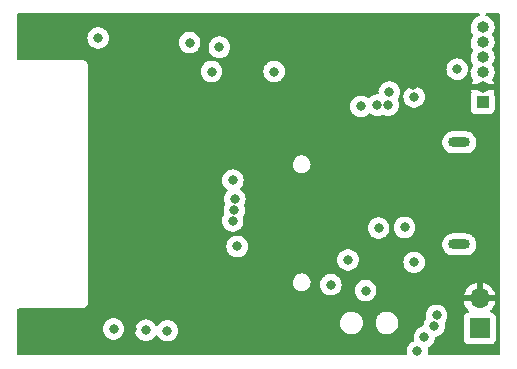
<source format=gbr>
%TF.GenerationSoftware,KiCad,Pcbnew,(6.0.0)*%
%TF.CreationDate,2022-02-08T22:33:11+08:00*%
%TF.ProjectId,screen,73637265-656e-42e6-9b69-6361645f7063,rev?*%
%TF.SameCoordinates,Original*%
%TF.FileFunction,Copper,L2,Inr*%
%TF.FilePolarity,Positive*%
%FSLAX46Y46*%
G04 Gerber Fmt 4.6, Leading zero omitted, Abs format (unit mm)*
G04 Created by KiCad (PCBNEW (6.0.0)) date 2022-02-08 22:33:11*
%MOMM*%
%LPD*%
G01*
G04 APERTURE LIST*
%TA.AperFunction,ComponentPad*%
%ADD10O,1.850000X0.850000*%
%TD*%
%TA.AperFunction,ComponentPad*%
%ADD11R,1.000000X1.000000*%
%TD*%
%TA.AperFunction,ComponentPad*%
%ADD12O,1.000000X1.000000*%
%TD*%
%TA.AperFunction,ComponentPad*%
%ADD13R,1.700000X1.700000*%
%TD*%
%TA.AperFunction,ComponentPad*%
%ADD14O,1.700000X1.700000*%
%TD*%
%TA.AperFunction,ViaPad*%
%ADD15C,0.800000*%
%TD*%
G04 APERTURE END LIST*
D10*
%TO.N,N/C*%
%TO.C,J1*%
X135450000Y-47130000D03*
X135450000Y-55770000D03*
%TD*%
D11*
%TO.N,+3V3*%
%TO.C,J2*%
X137420000Y-43740000D03*
D12*
%TO.N,GND*%
X137420000Y-42470000D03*
%TO.N,/nRST*%
X137420000Y-41200000D03*
%TO.N,/GPIO0*%
X137420000Y-39930000D03*
%TO.N,/TXD*%
X137420000Y-38660000D03*
%TO.N,/RXD*%
X137420000Y-37390000D03*
%TD*%
D13*
%TO.N,+BATT*%
%TO.C,J3*%
X137170000Y-62880000D03*
D14*
%TO.N,GND*%
X137170000Y-60340000D03*
%TD*%
D15*
%TO.N,+3V3*%
X126020000Y-57080000D03*
X115130000Y-39070000D03*
X106170000Y-62930000D03*
X110720000Y-63080000D03*
X130820000Y-54330000D03*
X116644463Y-55944780D03*
%TO.N,GND*%
X120303792Y-48359311D03*
X121570000Y-43080000D03*
X123720000Y-38705000D03*
X106290000Y-47660000D03*
X107680000Y-47610000D03*
X106330000Y-49200000D03*
X122170000Y-38705000D03*
X115745000Y-63955000D03*
X128620000Y-51680000D03*
X107720000Y-62930000D03*
X125720000Y-49780000D03*
X131520000Y-42230000D03*
X114420000Y-63855000D03*
X117295000Y-63980000D03*
X115145000Y-56455000D03*
X107780000Y-49150000D03*
X120545000Y-38730000D03*
%TO.N,/nRST*%
X116270000Y-50330000D03*
X135270000Y-40930000D03*
%TO.N,/GPIO0*%
X114470000Y-41130000D03*
X119770000Y-41130000D03*
X116401079Y-52884136D03*
%TO.N,/GPIO14*%
X116445000Y-51930000D03*
%TO.N,/GPIO13*%
X116262808Y-53772948D03*
%TO.N,Net-(R15-Pad2)*%
X104870000Y-38280000D03*
X112620000Y-38680000D03*
%TO.N,+BATT*%
X124570000Y-59180000D03*
X131620000Y-57280000D03*
X108920000Y-63030000D03*
X131620000Y-43280000D03*
%TO.N,Net-(D1-Pad1)*%
X131895000Y-64830000D03*
X127120000Y-44080000D03*
%TO.N,Net-(D1-Pad2)*%
X132495000Y-63605000D03*
X128520000Y-43980000D03*
%TO.N,Net-(D3-Pad1)*%
X129420000Y-43980000D03*
X133320000Y-62680000D03*
%TO.N,Net-(D3-Pad2)*%
X129520000Y-42880000D03*
X133520000Y-61780000D03*
%TO.N,Net-(C7-Pad1)*%
X127520000Y-59680000D03*
X128620000Y-54380000D03*
%TD*%
%TA.AperFunction,Conductor*%
%TO.N,GND*%
G36*
X137125715Y-36208002D02*
G01*
X137172208Y-36261658D01*
X137182312Y-36331932D01*
X137152818Y-36396512D01*
X137093168Y-36434874D01*
X137067120Y-36442540D01*
X137040381Y-36450410D01*
X137034923Y-36453263D01*
X137034919Y-36453265D01*
X136944147Y-36500720D01*
X136865110Y-36542040D01*
X136710975Y-36665968D01*
X136583846Y-36817474D01*
X136580879Y-36822872D01*
X136580875Y-36822877D01*
X136577397Y-36829204D01*
X136488567Y-36990787D01*
X136486706Y-36996654D01*
X136486705Y-36996656D01*
X136430627Y-37173436D01*
X136428765Y-37179306D01*
X136406719Y-37375851D01*
X136423268Y-37572934D01*
X136433436Y-37608393D01*
X136472050Y-37743056D01*
X136477783Y-37763050D01*
X136568187Y-37938956D01*
X136572016Y-37943787D01*
X136573839Y-37946088D01*
X136574414Y-37947509D01*
X136575353Y-37948966D01*
X136575076Y-37949144D01*
X136600474Y-38011898D01*
X136587301Y-38081662D01*
X136583846Y-38087474D01*
X136488567Y-38260787D01*
X136486706Y-38266654D01*
X136486705Y-38266656D01*
X136448450Y-38387251D01*
X136428765Y-38449306D01*
X136406719Y-38645851D01*
X136409987Y-38684771D01*
X136421498Y-38821852D01*
X136423268Y-38842934D01*
X136477783Y-39033050D01*
X136568187Y-39208956D01*
X136572016Y-39213787D01*
X136573839Y-39216088D01*
X136574414Y-39217509D01*
X136575353Y-39218966D01*
X136575076Y-39219144D01*
X136600474Y-39281898D01*
X136587301Y-39351662D01*
X136583846Y-39357474D01*
X136488567Y-39530787D01*
X136486706Y-39536654D01*
X136486705Y-39536656D01*
X136430627Y-39713436D01*
X136428765Y-39719306D01*
X136406719Y-39915851D01*
X136407235Y-39921995D01*
X136422043Y-40098342D01*
X136423268Y-40112934D01*
X136443835Y-40184658D01*
X136474974Y-40293253D01*
X136477783Y-40303050D01*
X136480602Y-40308535D01*
X136547239Y-40438195D01*
X136568187Y-40478956D01*
X136572016Y-40483787D01*
X136573839Y-40486088D01*
X136574414Y-40487509D01*
X136575353Y-40488966D01*
X136575076Y-40489144D01*
X136600474Y-40551898D01*
X136587301Y-40621662D01*
X136583846Y-40627474D01*
X136488567Y-40800787D01*
X136486706Y-40806654D01*
X136486705Y-40806656D01*
X136445495Y-40936568D01*
X136428765Y-40989306D01*
X136427767Y-40988989D01*
X136396813Y-41046330D01*
X136359326Y-41067034D01*
X136390635Y-41095769D01*
X136408684Y-41164434D01*
X136407949Y-41174885D01*
X136406719Y-41185851D01*
X136407235Y-41191995D01*
X136418505Y-41326206D01*
X136423268Y-41382934D01*
X136477783Y-41573050D01*
X136480602Y-41578535D01*
X136551886Y-41717237D01*
X136568187Y-41748956D01*
X136574164Y-41756497D01*
X136574843Y-41758174D01*
X136575353Y-41758966D01*
X136575203Y-41759063D01*
X136600802Y-41822304D01*
X136587633Y-41892069D01*
X136584254Y-41897754D01*
X136584262Y-41897758D01*
X136491998Y-42065585D01*
X136487166Y-42076858D01*
X136448506Y-42198731D01*
X136448202Y-42212831D01*
X136454763Y-42216000D01*
X138378183Y-42216000D01*
X138391714Y-42212027D01*
X138392806Y-42204433D01*
X138358231Y-42089919D01*
X138353560Y-42078586D01*
X138266537Y-41914918D01*
X138259435Y-41904228D01*
X138238398Y-41836420D01*
X138254827Y-41772264D01*
X138262327Y-41759063D01*
X138314658Y-41666944D01*
X138342723Y-41617542D01*
X138342725Y-41617537D01*
X138345769Y-41612179D01*
X138408197Y-41424513D01*
X138432985Y-41228295D01*
X138433380Y-41200000D01*
X138414080Y-41003167D01*
X138409800Y-40988989D01*
X138369621Y-40855911D01*
X138356916Y-40813831D01*
X138264066Y-40639204D01*
X138260167Y-40634424D01*
X138259715Y-40633743D01*
X138238676Y-40565935D01*
X138255105Y-40501775D01*
X138342723Y-40347542D01*
X138342725Y-40347537D01*
X138345769Y-40342179D01*
X138408197Y-40154513D01*
X138432985Y-39958295D01*
X138433380Y-39930000D01*
X138414080Y-39733167D01*
X138356916Y-39543831D01*
X138264066Y-39369204D01*
X138260167Y-39364424D01*
X138259715Y-39363743D01*
X138238676Y-39295935D01*
X138255105Y-39231775D01*
X138342723Y-39077542D01*
X138342725Y-39077537D01*
X138345769Y-39072179D01*
X138408197Y-38884513D01*
X138432985Y-38688295D01*
X138433380Y-38660000D01*
X138414080Y-38463167D01*
X138356916Y-38273831D01*
X138264066Y-38099204D01*
X138260167Y-38094424D01*
X138259715Y-38093743D01*
X138238676Y-38025935D01*
X138255105Y-37961775D01*
X138342723Y-37807542D01*
X138342725Y-37807537D01*
X138345769Y-37802179D01*
X138408197Y-37614513D01*
X138432985Y-37418295D01*
X138433380Y-37390000D01*
X138414080Y-37193167D01*
X138356916Y-37003831D01*
X138264066Y-36829204D01*
X138193709Y-36742938D01*
X138142960Y-36680713D01*
X138142957Y-36680710D01*
X138139065Y-36675938D01*
X138132724Y-36670692D01*
X137991425Y-36553799D01*
X137991421Y-36553797D01*
X137986675Y-36549870D01*
X137812701Y-36455802D01*
X137743449Y-36434365D01*
X137684289Y-36395114D01*
X137655742Y-36330109D01*
X137666871Y-36259990D01*
X137714142Y-36207019D01*
X137780708Y-36188000D01*
X138761000Y-36188000D01*
X138829121Y-36208002D01*
X138875614Y-36261658D01*
X138887000Y-36314000D01*
X138887000Y-65046000D01*
X138866998Y-65114121D01*
X138813342Y-65160614D01*
X138761000Y-65172000D01*
X132911110Y-65172000D01*
X132842989Y-65151998D01*
X132796496Y-65098342D01*
X132786392Y-65028068D01*
X132786992Y-65024698D01*
X132788542Y-65019928D01*
X132789231Y-65013373D01*
X132789232Y-65013368D01*
X132807814Y-64836565D01*
X132808504Y-64830000D01*
X132788542Y-64640072D01*
X132774979Y-64598329D01*
X132772951Y-64527363D01*
X132809614Y-64466565D01*
X132843563Y-64444287D01*
X132945722Y-64398803D01*
X132945724Y-64398802D01*
X132951752Y-64396118D01*
X133106253Y-64283866D01*
X133155681Y-64228971D01*
X133229621Y-64146852D01*
X133229622Y-64146851D01*
X133234040Y-64141944D01*
X133295093Y-64036197D01*
X133326223Y-63982279D01*
X133326224Y-63982278D01*
X133329527Y-63976556D01*
X133388542Y-63794928D01*
X133390307Y-63778134D01*
X135811500Y-63778134D01*
X135818255Y-63840316D01*
X135869385Y-63976705D01*
X135956739Y-64093261D01*
X136073295Y-64180615D01*
X136209684Y-64231745D01*
X136271866Y-64238500D01*
X138068134Y-64238500D01*
X138130316Y-64231745D01*
X138266705Y-64180615D01*
X138383261Y-64093261D01*
X138470615Y-63976705D01*
X138521745Y-63840316D01*
X138528500Y-63778134D01*
X138528500Y-61981866D01*
X138521745Y-61919684D01*
X138470615Y-61783295D01*
X138383261Y-61666739D01*
X138266705Y-61579385D01*
X138147687Y-61534767D01*
X138090923Y-61492125D01*
X138066223Y-61425564D01*
X138081430Y-61356215D01*
X138102977Y-61327535D01*
X138204052Y-61226812D01*
X138210730Y-61218965D01*
X138335003Y-61046020D01*
X138340313Y-61037183D01*
X138434670Y-60846267D01*
X138438469Y-60836672D01*
X138500377Y-60632910D01*
X138502555Y-60622837D01*
X138503986Y-60611962D01*
X138501775Y-60597778D01*
X138488617Y-60594000D01*
X135853225Y-60594000D01*
X135839694Y-60597973D01*
X135838257Y-60607966D01*
X135868565Y-60742446D01*
X135871645Y-60752275D01*
X135951770Y-60949603D01*
X135956413Y-60958794D01*
X136067694Y-61140388D01*
X136073777Y-61148699D01*
X136213213Y-61309667D01*
X136220577Y-61316879D01*
X136225522Y-61320985D01*
X136265156Y-61379889D01*
X136266653Y-61450870D01*
X136229537Y-61511392D01*
X136189264Y-61535910D01*
X136081705Y-61576232D01*
X136081704Y-61576233D01*
X136073295Y-61579385D01*
X135956739Y-61666739D01*
X135869385Y-61783295D01*
X135818255Y-61919684D01*
X135811500Y-61981866D01*
X135811500Y-63778134D01*
X133390307Y-63778134D01*
X133400549Y-63680684D01*
X133427562Y-63615028D01*
X133485783Y-63574398D01*
X133499662Y-63570608D01*
X133516899Y-63566944D01*
X133602288Y-63548794D01*
X133707046Y-63502153D01*
X133770722Y-63473803D01*
X133770724Y-63473802D01*
X133776752Y-63471118D01*
X133931253Y-63358866D01*
X133986558Y-63297444D01*
X134054621Y-63221852D01*
X134054622Y-63221851D01*
X134059040Y-63216944D01*
X134141333Y-63074409D01*
X134151223Y-63057279D01*
X134151224Y-63057278D01*
X134154527Y-63051556D01*
X134213542Y-62869928D01*
X134226501Y-62746635D01*
X134232814Y-62686565D01*
X134233504Y-62680000D01*
X134221389Y-62564729D01*
X134214233Y-62496642D01*
X134214232Y-62496635D01*
X134213542Y-62490072D01*
X134210489Y-62480677D01*
X134206750Y-62469167D01*
X134204724Y-62398199D01*
X134232948Y-62345922D01*
X134254621Y-62321852D01*
X134254622Y-62321851D01*
X134259040Y-62316944D01*
X134294200Y-62256045D01*
X134351223Y-62157279D01*
X134351224Y-62157278D01*
X134354527Y-62151556D01*
X134413542Y-61969928D01*
X134419601Y-61912285D01*
X134432814Y-61786565D01*
X134433504Y-61780000D01*
X134421600Y-61666739D01*
X134414232Y-61596635D01*
X134414232Y-61596633D01*
X134413542Y-61590072D01*
X134354527Y-61408444D01*
X134259040Y-61243056D01*
X134237349Y-61218965D01*
X134135675Y-61106045D01*
X134135674Y-61106044D01*
X134131253Y-61101134D01*
X133976752Y-60988882D01*
X133970724Y-60986198D01*
X133970722Y-60986197D01*
X133808319Y-60913891D01*
X133808318Y-60913891D01*
X133802288Y-60911206D01*
X133708887Y-60891353D01*
X133621944Y-60872872D01*
X133621939Y-60872872D01*
X133615487Y-60871500D01*
X133424513Y-60871500D01*
X133418061Y-60872872D01*
X133418056Y-60872872D01*
X133331113Y-60891353D01*
X133237712Y-60911206D01*
X133231682Y-60913891D01*
X133231681Y-60913891D01*
X133069278Y-60986197D01*
X133069276Y-60986198D01*
X133063248Y-60988882D01*
X132908747Y-61101134D01*
X132904326Y-61106044D01*
X132904325Y-61106045D01*
X132802652Y-61218965D01*
X132780960Y-61243056D01*
X132685473Y-61408444D01*
X132626458Y-61590072D01*
X132625768Y-61596633D01*
X132625768Y-61596635D01*
X132618400Y-61666739D01*
X132606496Y-61780000D01*
X132607186Y-61786565D01*
X132620400Y-61912285D01*
X132626458Y-61969928D01*
X132628500Y-61976212D01*
X132633250Y-61990833D01*
X132635276Y-62061801D01*
X132607052Y-62114078D01*
X132580960Y-62143056D01*
X132485473Y-62308444D01*
X132426458Y-62490072D01*
X132425768Y-62496633D01*
X132425768Y-62496635D01*
X132414451Y-62604315D01*
X132387438Y-62669972D01*
X132329217Y-62710602D01*
X132315337Y-62714392D01*
X132212712Y-62736206D01*
X132206682Y-62738891D01*
X132206681Y-62738891D01*
X132044278Y-62811197D01*
X132044276Y-62811198D01*
X132038248Y-62813882D01*
X132032907Y-62817762D01*
X132032906Y-62817763D01*
X131982843Y-62854136D01*
X131883747Y-62926134D01*
X131879326Y-62931044D01*
X131879325Y-62931045D01*
X131765664Y-63057279D01*
X131755960Y-63068056D01*
X131712700Y-63142985D01*
X131667166Y-63221852D01*
X131660473Y-63233444D01*
X131601458Y-63415072D01*
X131600768Y-63421633D01*
X131600768Y-63421635D01*
X131587686Y-63546109D01*
X131581496Y-63605000D01*
X131582186Y-63611565D01*
X131597152Y-63753955D01*
X131601458Y-63794928D01*
X131603497Y-63801203D01*
X131615021Y-63836669D01*
X131617049Y-63907637D01*
X131580386Y-63968435D01*
X131546437Y-63990713D01*
X131444278Y-64036197D01*
X131444276Y-64036198D01*
X131438248Y-64038882D01*
X131283747Y-64151134D01*
X131279326Y-64156044D01*
X131279325Y-64156045D01*
X131168657Y-64278955D01*
X131155960Y-64293056D01*
X131152659Y-64298774D01*
X131068647Y-64444287D01*
X131060473Y-64458444D01*
X131001458Y-64640072D01*
X130981496Y-64830000D01*
X130982186Y-64836565D01*
X131000768Y-65013368D01*
X131000769Y-65013373D01*
X131001458Y-65019928D01*
X131002000Y-65021597D01*
X130996733Y-65090597D01*
X130953915Y-65147229D01*
X130887277Y-65171721D01*
X130878890Y-65172000D01*
X98129000Y-65172000D01*
X98060879Y-65151998D01*
X98014386Y-65098342D01*
X98003000Y-65046000D01*
X98003000Y-62930000D01*
X105256496Y-62930000D01*
X105276458Y-63119928D01*
X105335473Y-63301556D01*
X105430960Y-63466944D01*
X105558747Y-63608866D01*
X105576621Y-63621852D01*
X105696385Y-63708866D01*
X105713248Y-63721118D01*
X105719276Y-63723802D01*
X105719278Y-63723803D01*
X105881681Y-63796109D01*
X105887712Y-63798794D01*
X105974479Y-63817237D01*
X106068056Y-63837128D01*
X106068061Y-63837128D01*
X106074513Y-63838500D01*
X106265487Y-63838500D01*
X106271939Y-63837128D01*
X106271944Y-63837128D01*
X106365521Y-63817237D01*
X106452288Y-63798794D01*
X106458319Y-63796109D01*
X106620722Y-63723803D01*
X106620724Y-63723802D01*
X106626752Y-63721118D01*
X106643616Y-63708866D01*
X106763379Y-63621852D01*
X106781253Y-63608866D01*
X106909040Y-63466944D01*
X107004527Y-63301556D01*
X107063542Y-63119928D01*
X107072994Y-63030000D01*
X108006496Y-63030000D01*
X108007186Y-63036565D01*
X108022628Y-63183484D01*
X108026458Y-63219928D01*
X108085473Y-63401556D01*
X108180960Y-63566944D01*
X108185378Y-63571851D01*
X108185379Y-63571852D01*
X108221137Y-63611565D01*
X108308747Y-63708866D01*
X108377566Y-63758866D01*
X108435842Y-63801206D01*
X108463248Y-63821118D01*
X108469276Y-63823802D01*
X108469278Y-63823803D01*
X108522986Y-63847715D01*
X108637712Y-63898794D01*
X108731112Y-63918647D01*
X108818056Y-63937128D01*
X108818061Y-63937128D01*
X108824513Y-63938500D01*
X109015487Y-63938500D01*
X109021939Y-63937128D01*
X109021944Y-63937128D01*
X109108888Y-63918647D01*
X109202288Y-63898794D01*
X109317014Y-63847715D01*
X109370722Y-63823803D01*
X109370724Y-63823802D01*
X109376752Y-63821118D01*
X109404159Y-63801206D01*
X109462434Y-63758866D01*
X109531253Y-63708866D01*
X109618863Y-63611565D01*
X109654621Y-63571852D01*
X109654622Y-63571851D01*
X109659040Y-63566944D01*
X109696447Y-63502153D01*
X109747829Y-63453160D01*
X109817543Y-63439724D01*
X109883454Y-63466110D01*
X109914685Y-63502153D01*
X109980960Y-63616944D01*
X109985378Y-63621851D01*
X109985379Y-63621852D01*
X110077176Y-63723803D01*
X110108747Y-63758866D01*
X110263248Y-63871118D01*
X110269276Y-63873802D01*
X110269278Y-63873803D01*
X110414591Y-63938500D01*
X110437712Y-63948794D01*
X110496106Y-63961206D01*
X110618056Y-63987128D01*
X110618061Y-63987128D01*
X110624513Y-63988500D01*
X110815487Y-63988500D01*
X110821939Y-63987128D01*
X110821944Y-63987128D01*
X110943894Y-63961206D01*
X111002288Y-63948794D01*
X111025409Y-63938500D01*
X111170722Y-63873803D01*
X111170724Y-63873802D01*
X111176752Y-63871118D01*
X111331253Y-63758866D01*
X111362824Y-63723803D01*
X111454621Y-63621852D01*
X111454622Y-63621851D01*
X111459040Y-63616944D01*
X111554527Y-63451556D01*
X111613542Y-63269928D01*
X111615916Y-63247346D01*
X111632814Y-63086565D01*
X111633504Y-63080000D01*
X111618429Y-62936565D01*
X111614232Y-62896635D01*
X111614232Y-62896633D01*
X111613542Y-62890072D01*
X111554527Y-62708444D01*
X111459040Y-62543056D01*
X111419169Y-62498774D01*
X111381613Y-62457064D01*
X125357707Y-62457064D01*
X125386825Y-62649599D01*
X125389028Y-62655585D01*
X125389029Y-62655591D01*
X125451860Y-62826360D01*
X125451862Y-62826365D01*
X125454063Y-62832346D01*
X125556674Y-62997840D01*
X125561055Y-63002473D01*
X125561056Y-63002474D01*
X125665920Y-63113365D01*
X125690466Y-63139322D01*
X125849975Y-63251011D01*
X125855838Y-63253548D01*
X126022825Y-63325810D01*
X126022829Y-63325811D01*
X126028684Y-63328345D01*
X126034931Y-63329650D01*
X126034934Y-63329651D01*
X126214557Y-63367176D01*
X126214562Y-63367177D01*
X126219293Y-63368165D01*
X126225685Y-63368500D01*
X126368663Y-63368500D01*
X126437951Y-63361462D01*
X126507378Y-63354410D01*
X126507379Y-63354410D01*
X126513727Y-63353765D01*
X126594843Y-63328345D01*
X126693451Y-63297444D01*
X126693456Y-63297442D01*
X126699541Y-63295535D01*
X126786475Y-63247346D01*
X126864271Y-63204223D01*
X126864274Y-63204221D01*
X126869850Y-63201130D01*
X126874691Y-63196981D01*
X126874695Y-63196978D01*
X127012855Y-63078560D01*
X127017698Y-63074409D01*
X127030986Y-63057279D01*
X127133131Y-62925594D01*
X127137046Y-62920547D01*
X127148813Y-62896635D01*
X127220200Y-62751556D01*
X127223018Y-62745829D01*
X127234247Y-62702721D01*
X127270492Y-62563575D01*
X127270492Y-62563572D01*
X127272102Y-62557393D01*
X127277360Y-62457064D01*
X128357707Y-62457064D01*
X128386825Y-62649599D01*
X128389028Y-62655585D01*
X128389029Y-62655591D01*
X128451860Y-62826360D01*
X128451862Y-62826365D01*
X128454063Y-62832346D01*
X128556674Y-62997840D01*
X128561055Y-63002473D01*
X128561056Y-63002474D01*
X128665920Y-63113365D01*
X128690466Y-63139322D01*
X128849975Y-63251011D01*
X128855838Y-63253548D01*
X129022825Y-63325810D01*
X129022829Y-63325811D01*
X129028684Y-63328345D01*
X129034931Y-63329650D01*
X129034934Y-63329651D01*
X129214557Y-63367176D01*
X129214562Y-63367177D01*
X129219293Y-63368165D01*
X129225685Y-63368500D01*
X129368663Y-63368500D01*
X129437951Y-63361462D01*
X129507378Y-63354410D01*
X129507379Y-63354410D01*
X129513727Y-63353765D01*
X129594843Y-63328345D01*
X129693451Y-63297444D01*
X129693456Y-63297442D01*
X129699541Y-63295535D01*
X129786475Y-63247346D01*
X129864271Y-63204223D01*
X129864274Y-63204221D01*
X129869850Y-63201130D01*
X129874691Y-63196981D01*
X129874695Y-63196978D01*
X130012855Y-63078560D01*
X130017698Y-63074409D01*
X130030986Y-63057279D01*
X130133131Y-62925594D01*
X130137046Y-62920547D01*
X130148813Y-62896635D01*
X130220200Y-62751556D01*
X130223018Y-62745829D01*
X130234247Y-62702721D01*
X130270492Y-62563575D01*
X130270492Y-62563572D01*
X130272102Y-62557393D01*
X130280291Y-62401134D01*
X130281959Y-62369317D01*
X130281959Y-62369313D01*
X130282293Y-62362936D01*
X130253175Y-62170401D01*
X130250972Y-62164415D01*
X130250971Y-62164409D01*
X130188140Y-61993640D01*
X130188138Y-61993635D01*
X130185937Y-61987654D01*
X130083326Y-61822160D01*
X130054525Y-61791703D01*
X129953919Y-61685315D01*
X129949534Y-61680678D01*
X129790025Y-61568989D01*
X129713584Y-61535910D01*
X129617175Y-61494190D01*
X129617171Y-61494189D01*
X129611316Y-61491655D01*
X129605069Y-61490350D01*
X129605066Y-61490349D01*
X129425443Y-61452824D01*
X129425438Y-61452823D01*
X129420707Y-61451835D01*
X129414315Y-61451500D01*
X129271337Y-61451500D01*
X129202049Y-61458538D01*
X129132622Y-61465590D01*
X129132621Y-61465590D01*
X129126273Y-61466235D01*
X129069939Y-61483889D01*
X128946549Y-61522556D01*
X128946544Y-61522558D01*
X128940459Y-61524465D01*
X128864713Y-61566452D01*
X128775729Y-61615777D01*
X128775726Y-61615779D01*
X128770150Y-61618870D01*
X128765309Y-61623019D01*
X128765305Y-61623022D01*
X128720578Y-61661358D01*
X128622302Y-61745591D01*
X128618391Y-61750633D01*
X128618390Y-61750634D01*
X128593056Y-61783295D01*
X128502954Y-61899453D01*
X128500138Y-61905176D01*
X128500136Y-61905179D01*
X128457989Y-61990833D01*
X128416982Y-62074171D01*
X128415373Y-62080349D01*
X128415372Y-62080351D01*
X128380588Y-62213891D01*
X128367898Y-62262607D01*
X128365050Y-62316944D01*
X128360842Y-62397251D01*
X128357707Y-62457064D01*
X127277360Y-62457064D01*
X127280291Y-62401134D01*
X127281959Y-62369317D01*
X127281959Y-62369313D01*
X127282293Y-62362936D01*
X127253175Y-62170401D01*
X127250972Y-62164415D01*
X127250971Y-62164409D01*
X127188140Y-61993640D01*
X127188138Y-61993635D01*
X127185937Y-61987654D01*
X127083326Y-61822160D01*
X127054525Y-61791703D01*
X126953919Y-61685315D01*
X126949534Y-61680678D01*
X126790025Y-61568989D01*
X126713584Y-61535910D01*
X126617175Y-61494190D01*
X126617171Y-61494189D01*
X126611316Y-61491655D01*
X126605069Y-61490350D01*
X126605066Y-61490349D01*
X126425443Y-61452824D01*
X126425438Y-61452823D01*
X126420707Y-61451835D01*
X126414315Y-61451500D01*
X126271337Y-61451500D01*
X126202049Y-61458538D01*
X126132622Y-61465590D01*
X126132621Y-61465590D01*
X126126273Y-61466235D01*
X126069939Y-61483889D01*
X125946549Y-61522556D01*
X125946544Y-61522558D01*
X125940459Y-61524465D01*
X125864713Y-61566452D01*
X125775729Y-61615777D01*
X125775726Y-61615779D01*
X125770150Y-61618870D01*
X125765309Y-61623019D01*
X125765305Y-61623022D01*
X125720578Y-61661358D01*
X125622302Y-61745591D01*
X125618391Y-61750633D01*
X125618390Y-61750634D01*
X125593056Y-61783295D01*
X125502954Y-61899453D01*
X125500138Y-61905176D01*
X125500136Y-61905179D01*
X125457989Y-61990833D01*
X125416982Y-62074171D01*
X125415373Y-62080349D01*
X125415372Y-62080351D01*
X125380588Y-62213891D01*
X125367898Y-62262607D01*
X125365050Y-62316944D01*
X125360842Y-62397251D01*
X125357707Y-62457064D01*
X111381613Y-62457064D01*
X111335675Y-62406045D01*
X111335674Y-62406044D01*
X111331253Y-62401134D01*
X111176752Y-62288882D01*
X111170724Y-62286198D01*
X111170722Y-62286197D01*
X111008319Y-62213891D01*
X111008318Y-62213891D01*
X111002288Y-62211206D01*
X110908888Y-62191353D01*
X110821944Y-62172872D01*
X110821939Y-62172872D01*
X110815487Y-62171500D01*
X110624513Y-62171500D01*
X110618061Y-62172872D01*
X110618056Y-62172872D01*
X110531112Y-62191353D01*
X110437712Y-62211206D01*
X110431682Y-62213891D01*
X110431681Y-62213891D01*
X110269278Y-62286197D01*
X110269276Y-62286198D01*
X110263248Y-62288882D01*
X110108747Y-62401134D01*
X110104326Y-62406044D01*
X110104325Y-62406045D01*
X110020832Y-62498774D01*
X109980960Y-62543056D01*
X109968447Y-62564729D01*
X109943553Y-62607847D01*
X109892171Y-62656840D01*
X109822457Y-62670276D01*
X109756546Y-62643890D01*
X109725315Y-62607847D01*
X109691209Y-62548774D01*
X109659040Y-62493056D01*
X109650701Y-62483794D01*
X109535675Y-62356045D01*
X109535674Y-62356044D01*
X109531253Y-62351134D01*
X109432157Y-62279136D01*
X109382094Y-62242763D01*
X109382093Y-62242762D01*
X109376752Y-62238882D01*
X109370724Y-62236198D01*
X109370722Y-62236197D01*
X109208319Y-62163891D01*
X109208318Y-62163891D01*
X109202288Y-62161206D01*
X109108888Y-62141353D01*
X109021944Y-62122872D01*
X109021939Y-62122872D01*
X109015487Y-62121500D01*
X108824513Y-62121500D01*
X108818061Y-62122872D01*
X108818056Y-62122872D01*
X108731112Y-62141353D01*
X108637712Y-62161206D01*
X108631682Y-62163891D01*
X108631681Y-62163891D01*
X108469278Y-62236197D01*
X108469276Y-62236198D01*
X108463248Y-62238882D01*
X108457907Y-62242762D01*
X108457906Y-62242763D01*
X108407843Y-62279136D01*
X108308747Y-62351134D01*
X108304326Y-62356044D01*
X108304325Y-62356045D01*
X108189300Y-62483794D01*
X108180960Y-62493056D01*
X108085473Y-62658444D01*
X108026458Y-62840072D01*
X108006496Y-63030000D01*
X107072994Y-63030000D01*
X107083504Y-62930000D01*
X107077190Y-62869928D01*
X107064232Y-62746635D01*
X107064232Y-62746633D01*
X107063542Y-62740072D01*
X107004527Y-62558444D01*
X106909040Y-62393056D01*
X106887666Y-62369317D01*
X106785675Y-62256045D01*
X106785674Y-62256044D01*
X106781253Y-62251134D01*
X106626752Y-62138882D01*
X106620724Y-62136198D01*
X106620722Y-62136197D01*
X106458319Y-62063891D01*
X106458318Y-62063891D01*
X106452288Y-62061206D01*
X106358888Y-62041353D01*
X106271944Y-62022872D01*
X106271939Y-62022872D01*
X106265487Y-62021500D01*
X106074513Y-62021500D01*
X106068061Y-62022872D01*
X106068056Y-62022872D01*
X105981112Y-62041353D01*
X105887712Y-62061206D01*
X105881682Y-62063891D01*
X105881681Y-62063891D01*
X105719278Y-62136197D01*
X105719276Y-62136198D01*
X105713248Y-62138882D01*
X105558747Y-62251134D01*
X105554326Y-62256044D01*
X105554325Y-62256045D01*
X105452335Y-62369317D01*
X105430960Y-62393056D01*
X105335473Y-62558444D01*
X105276458Y-62740072D01*
X105275768Y-62746633D01*
X105275768Y-62746635D01*
X105262810Y-62869928D01*
X105256496Y-62930000D01*
X98003000Y-62930000D01*
X98003000Y-61314000D01*
X98023002Y-61245879D01*
X98076658Y-61199386D01*
X98129000Y-61188000D01*
X103486298Y-61188000D01*
X103487069Y-61188002D01*
X103564652Y-61188476D01*
X103573281Y-61186010D01*
X103573286Y-61186009D01*
X103593048Y-61180361D01*
X103609809Y-61176783D01*
X103630152Y-61173870D01*
X103630162Y-61173867D01*
X103639045Y-61172595D01*
X103662395Y-61161979D01*
X103679907Y-61155536D01*
X103695937Y-61150954D01*
X103704565Y-61148488D01*
X103729548Y-61132726D01*
X103744614Y-61124596D01*
X103771510Y-61112367D01*
X103790939Y-61095626D01*
X103805947Y-61084521D01*
X103820039Y-61075630D01*
X103827631Y-61070840D01*
X103847182Y-61048703D01*
X103859374Y-61036659D01*
X103874949Y-61023239D01*
X103874950Y-61023237D01*
X103881747Y-61017381D01*
X103886626Y-61009853D01*
X103886629Y-61009850D01*
X103895696Y-60995861D01*
X103906986Y-60980987D01*
X103918012Y-60968502D01*
X103923956Y-60961772D01*
X103936510Y-60935034D01*
X103944824Y-60920065D01*
X103960893Y-60895273D01*
X103968239Y-60870709D01*
X103974901Y-60853264D01*
X103981983Y-60838179D01*
X103985799Y-60830052D01*
X103990343Y-60800870D01*
X103994126Y-60784151D01*
X104000014Y-60764464D01*
X104000015Y-60764461D01*
X104002587Y-60755859D01*
X104002797Y-60721444D01*
X104002830Y-60720672D01*
X104003000Y-60719577D01*
X104003000Y-60688702D01*
X104003002Y-60687932D01*
X104003452Y-60614284D01*
X104003452Y-60614283D01*
X104003476Y-60610348D01*
X104003092Y-60609004D01*
X104003000Y-60607659D01*
X104003000Y-59020862D01*
X121350497Y-59020862D01*
X121351737Y-59028078D01*
X121351737Y-59028080D01*
X121377842Y-59180000D01*
X121380134Y-59193340D01*
X121448654Y-59354373D01*
X121552383Y-59495324D01*
X121557961Y-59500063D01*
X121557964Y-59500066D01*
X121680176Y-59603893D01*
X121680180Y-59603896D01*
X121685755Y-59608632D01*
X121766572Y-59649899D01*
X121782687Y-59658128D01*
X121841616Y-59688219D01*
X121848721Y-59689958D01*
X121848725Y-59689959D01*
X121929858Y-59709811D01*
X122011606Y-59729815D01*
X122017206Y-59730162D01*
X122017210Y-59730163D01*
X122020709Y-59730380D01*
X122020718Y-59730380D01*
X122022648Y-59730500D01*
X122148822Y-59730500D01*
X122240369Y-59719827D01*
X122271556Y-59716191D01*
X122271558Y-59716191D01*
X122278828Y-59715343D01*
X122285705Y-59712847D01*
X122285708Y-59712846D01*
X122436452Y-59658128D01*
X122443331Y-59655631D01*
X122589685Y-59559677D01*
X122710040Y-59432628D01*
X122797939Y-59281298D01*
X122828619Y-59180000D01*
X123656496Y-59180000D01*
X123676458Y-59369928D01*
X123735473Y-59551556D01*
X123738776Y-59557278D01*
X123738777Y-59557279D01*
X123742478Y-59563689D01*
X123830960Y-59716944D01*
X123958747Y-59858866D01*
X124113248Y-59971118D01*
X124119276Y-59973802D01*
X124119278Y-59973803D01*
X124279799Y-60045271D01*
X124287712Y-60048794D01*
X124377528Y-60067885D01*
X124468056Y-60087128D01*
X124468061Y-60087128D01*
X124474513Y-60088500D01*
X124665487Y-60088500D01*
X124671939Y-60087128D01*
X124671944Y-60087128D01*
X124762472Y-60067885D01*
X124852288Y-60048794D01*
X124860201Y-60045271D01*
X125020722Y-59973803D01*
X125020724Y-59973802D01*
X125026752Y-59971118D01*
X125181253Y-59858866D01*
X125309040Y-59716944D01*
X125330370Y-59680000D01*
X126606496Y-59680000D01*
X126626458Y-59869928D01*
X126685473Y-60051556D01*
X126688776Y-60057278D01*
X126688777Y-60057279D01*
X126706803Y-60088500D01*
X126780960Y-60216944D01*
X126785378Y-60221851D01*
X126785379Y-60221852D01*
X126894118Y-60342619D01*
X126908747Y-60358866D01*
X126926815Y-60371993D01*
X127054452Y-60464727D01*
X127063248Y-60471118D01*
X127069276Y-60473802D01*
X127069278Y-60473803D01*
X127124212Y-60498261D01*
X127237712Y-60548794D01*
X127331112Y-60568647D01*
X127418056Y-60587128D01*
X127418061Y-60587128D01*
X127424513Y-60588500D01*
X127615487Y-60588500D01*
X127621939Y-60587128D01*
X127621944Y-60587128D01*
X127708888Y-60568647D01*
X127802288Y-60548794D01*
X127915788Y-60498261D01*
X127970722Y-60473803D01*
X127970724Y-60473802D01*
X127976752Y-60471118D01*
X127985549Y-60464727D01*
X128113185Y-60371993D01*
X128131253Y-60358866D01*
X128145882Y-60342619D01*
X128254621Y-60221852D01*
X128254622Y-60221851D01*
X128259040Y-60216944D01*
X128333197Y-60088500D01*
X128341463Y-60074183D01*
X135834389Y-60074183D01*
X135835912Y-60082607D01*
X135848292Y-60086000D01*
X136897885Y-60086000D01*
X136913124Y-60081525D01*
X136914329Y-60080135D01*
X136916000Y-60072452D01*
X136916000Y-60067885D01*
X137424000Y-60067885D01*
X137428475Y-60083124D01*
X137429865Y-60084329D01*
X137437548Y-60086000D01*
X138488344Y-60086000D01*
X138501875Y-60082027D01*
X138503180Y-60072947D01*
X138461214Y-59905875D01*
X138457894Y-59896124D01*
X138372972Y-59700814D01*
X138368105Y-59691739D01*
X138252426Y-59512926D01*
X138246136Y-59504757D01*
X138102806Y-59347240D01*
X138095273Y-59340215D01*
X137928139Y-59208222D01*
X137919552Y-59202517D01*
X137733117Y-59099599D01*
X137723705Y-59095369D01*
X137522959Y-59024280D01*
X137512988Y-59021646D01*
X137441837Y-59008972D01*
X137428540Y-59010432D01*
X137424000Y-59024989D01*
X137424000Y-60067885D01*
X136916000Y-60067885D01*
X136916000Y-59023102D01*
X136912082Y-59009758D01*
X136897806Y-59007771D01*
X136859324Y-59013660D01*
X136849288Y-59016051D01*
X136646868Y-59082212D01*
X136637359Y-59086209D01*
X136448463Y-59184542D01*
X136439738Y-59190036D01*
X136269433Y-59317905D01*
X136261726Y-59324748D01*
X136114590Y-59478717D01*
X136108104Y-59486727D01*
X135988098Y-59662649D01*
X135983000Y-59671623D01*
X135893338Y-59864783D01*
X135889775Y-59874470D01*
X135834389Y-60074183D01*
X128341463Y-60074183D01*
X128351223Y-60057279D01*
X128351224Y-60057278D01*
X128354527Y-60051556D01*
X128413542Y-59869928D01*
X128433504Y-59680000D01*
X128420606Y-59557279D01*
X128414232Y-59496635D01*
X128414232Y-59496633D01*
X128413542Y-59490072D01*
X128354527Y-59308444D01*
X128259040Y-59143056D01*
X128239013Y-59120813D01*
X128135675Y-59006045D01*
X128135674Y-59006044D01*
X128131253Y-59001134D01*
X127976752Y-58888882D01*
X127970724Y-58886198D01*
X127970722Y-58886197D01*
X127808319Y-58813891D01*
X127808318Y-58813891D01*
X127802288Y-58811206D01*
X127708887Y-58791353D01*
X127621944Y-58772872D01*
X127621939Y-58772872D01*
X127615487Y-58771500D01*
X127424513Y-58771500D01*
X127418061Y-58772872D01*
X127418056Y-58772872D01*
X127331113Y-58791353D01*
X127237712Y-58811206D01*
X127231682Y-58813891D01*
X127231681Y-58813891D01*
X127069278Y-58886197D01*
X127069276Y-58886198D01*
X127063248Y-58888882D01*
X126908747Y-59001134D01*
X126904326Y-59006044D01*
X126904325Y-59006045D01*
X126800988Y-59120813D01*
X126780960Y-59143056D01*
X126685473Y-59308444D01*
X126626458Y-59490072D01*
X126625768Y-59496633D01*
X126625768Y-59496635D01*
X126619394Y-59557279D01*
X126606496Y-59680000D01*
X125330370Y-59680000D01*
X125397522Y-59563689D01*
X125401223Y-59557279D01*
X125401224Y-59557278D01*
X125404527Y-59551556D01*
X125463542Y-59369928D01*
X125483504Y-59180000D01*
X125467212Y-59024989D01*
X125464232Y-58996635D01*
X125464232Y-58996633D01*
X125463542Y-58990072D01*
X125404527Y-58808444D01*
X125383990Y-58772872D01*
X125329620Y-58678702D01*
X125309040Y-58643056D01*
X125181253Y-58501134D01*
X125082157Y-58429136D01*
X125032094Y-58392763D01*
X125032093Y-58392762D01*
X125026752Y-58388882D01*
X125020724Y-58386198D01*
X125020722Y-58386197D01*
X124858319Y-58313891D01*
X124858318Y-58313891D01*
X124852288Y-58311206D01*
X124758888Y-58291353D01*
X124671944Y-58272872D01*
X124671939Y-58272872D01*
X124665487Y-58271500D01*
X124474513Y-58271500D01*
X124468061Y-58272872D01*
X124468056Y-58272872D01*
X124381112Y-58291353D01*
X124287712Y-58311206D01*
X124281682Y-58313891D01*
X124281681Y-58313891D01*
X124119278Y-58386197D01*
X124119276Y-58386198D01*
X124113248Y-58388882D01*
X124107907Y-58392762D01*
X124107906Y-58392763D01*
X124057843Y-58429136D01*
X123958747Y-58501134D01*
X123830960Y-58643056D01*
X123810380Y-58678702D01*
X123756011Y-58772872D01*
X123735473Y-58808444D01*
X123676458Y-58990072D01*
X123675768Y-58996633D01*
X123675768Y-58996635D01*
X123672788Y-59024989D01*
X123656496Y-59180000D01*
X122828619Y-59180000D01*
X122848667Y-59113807D01*
X122859503Y-58939138D01*
X122851535Y-58892763D01*
X122831106Y-58773875D01*
X122831105Y-58773873D01*
X122829866Y-58766660D01*
X122761346Y-58605627D01*
X122657617Y-58464676D01*
X122652039Y-58459937D01*
X122652036Y-58459934D01*
X122529824Y-58356107D01*
X122529820Y-58356104D01*
X122524245Y-58351368D01*
X122440062Y-58308382D01*
X122374900Y-58275108D01*
X122374898Y-58275107D01*
X122368384Y-58271781D01*
X122361279Y-58270042D01*
X122361275Y-58270041D01*
X122267741Y-58247154D01*
X122198394Y-58230185D01*
X122192794Y-58229838D01*
X122192790Y-58229837D01*
X122189291Y-58229620D01*
X122189282Y-58229620D01*
X122187352Y-58229500D01*
X122061178Y-58229500D01*
X121969631Y-58240173D01*
X121938444Y-58243809D01*
X121938442Y-58243809D01*
X121931172Y-58244657D01*
X121924295Y-58247153D01*
X121924292Y-58247154D01*
X121853441Y-58272872D01*
X121766669Y-58304369D01*
X121620315Y-58400323D01*
X121499960Y-58527372D01*
X121412061Y-58678702D01*
X121361333Y-58846193D01*
X121350497Y-59020862D01*
X104003000Y-59020862D01*
X104003000Y-57080000D01*
X125106496Y-57080000D01*
X125126458Y-57269928D01*
X125185473Y-57451556D01*
X125280960Y-57616944D01*
X125408747Y-57758866D01*
X125563248Y-57871118D01*
X125569276Y-57873802D01*
X125569278Y-57873803D01*
X125731681Y-57946109D01*
X125737712Y-57948794D01*
X125803365Y-57962749D01*
X125918056Y-57987128D01*
X125918061Y-57987128D01*
X125924513Y-57988500D01*
X126115487Y-57988500D01*
X126121939Y-57987128D01*
X126121944Y-57987128D01*
X126236635Y-57962749D01*
X126302288Y-57948794D01*
X126308319Y-57946109D01*
X126470722Y-57873803D01*
X126470724Y-57873802D01*
X126476752Y-57871118D01*
X126631253Y-57758866D01*
X126759040Y-57616944D01*
X126854527Y-57451556D01*
X126910269Y-57280000D01*
X130706496Y-57280000D01*
X130707186Y-57286565D01*
X130725129Y-57457279D01*
X130726458Y-57469928D01*
X130785473Y-57651556D01*
X130880960Y-57816944D01*
X130885378Y-57821851D01*
X130885379Y-57821852D01*
X130999678Y-57948794D01*
X131008747Y-57958866D01*
X131163248Y-58071118D01*
X131169276Y-58073802D01*
X131169278Y-58073803D01*
X131331681Y-58146109D01*
X131337712Y-58148794D01*
X131431112Y-58168647D01*
X131518056Y-58187128D01*
X131518061Y-58187128D01*
X131524513Y-58188500D01*
X131715487Y-58188500D01*
X131721939Y-58187128D01*
X131721944Y-58187128D01*
X131808888Y-58168647D01*
X131902288Y-58148794D01*
X131908319Y-58146109D01*
X132070722Y-58073803D01*
X132070724Y-58073802D01*
X132076752Y-58071118D01*
X132231253Y-57958866D01*
X132240322Y-57948794D01*
X132354621Y-57821852D01*
X132354622Y-57821851D01*
X132359040Y-57816944D01*
X132454527Y-57651556D01*
X132513542Y-57469928D01*
X132514872Y-57457279D01*
X132532814Y-57286565D01*
X132533504Y-57280000D01*
X132513542Y-57090072D01*
X132454527Y-56908444D01*
X132359040Y-56743056D01*
X132349101Y-56732017D01*
X132235675Y-56606045D01*
X132235674Y-56606044D01*
X132231253Y-56601134D01*
X132076752Y-56488882D01*
X132070724Y-56486198D01*
X132070722Y-56486197D01*
X131908319Y-56413891D01*
X131908318Y-56413891D01*
X131902288Y-56411206D01*
X131808887Y-56391353D01*
X131721944Y-56372872D01*
X131721939Y-56372872D01*
X131715487Y-56371500D01*
X131524513Y-56371500D01*
X131518061Y-56372872D01*
X131518056Y-56372872D01*
X131431113Y-56391353D01*
X131337712Y-56411206D01*
X131331682Y-56413891D01*
X131331681Y-56413891D01*
X131169278Y-56486197D01*
X131169276Y-56486198D01*
X131163248Y-56488882D01*
X131008747Y-56601134D01*
X131004326Y-56606044D01*
X131004325Y-56606045D01*
X130890900Y-56732017D01*
X130880960Y-56743056D01*
X130785473Y-56908444D01*
X130726458Y-57090072D01*
X130706496Y-57280000D01*
X126910269Y-57280000D01*
X126913542Y-57269928D01*
X126933504Y-57080000D01*
X126915473Y-56908444D01*
X126914232Y-56896635D01*
X126914232Y-56896633D01*
X126913542Y-56890072D01*
X126854527Y-56708444D01*
X126759040Y-56543056D01*
X126746724Y-56529377D01*
X126635675Y-56406045D01*
X126635674Y-56406044D01*
X126631253Y-56401134D01*
X126476752Y-56288882D01*
X126470724Y-56286198D01*
X126470722Y-56286197D01*
X126308319Y-56213891D01*
X126308318Y-56213891D01*
X126302288Y-56211206D01*
X126208888Y-56191353D01*
X126121944Y-56172872D01*
X126121939Y-56172872D01*
X126115487Y-56171500D01*
X125924513Y-56171500D01*
X125918061Y-56172872D01*
X125918056Y-56172872D01*
X125831113Y-56191353D01*
X125737712Y-56211206D01*
X125731682Y-56213891D01*
X125731681Y-56213891D01*
X125569278Y-56286197D01*
X125569276Y-56286198D01*
X125563248Y-56288882D01*
X125408747Y-56401134D01*
X125404326Y-56406044D01*
X125404325Y-56406045D01*
X125293277Y-56529377D01*
X125280960Y-56543056D01*
X125185473Y-56708444D01*
X125126458Y-56890072D01*
X125125768Y-56896633D01*
X125125768Y-56896635D01*
X125124527Y-56908444D01*
X125106496Y-57080000D01*
X104003000Y-57080000D01*
X104003000Y-55944780D01*
X115730959Y-55944780D01*
X115750921Y-56134708D01*
X115809936Y-56316336D01*
X115905423Y-56481724D01*
X115909841Y-56486631D01*
X115909842Y-56486632D01*
X115965795Y-56548774D01*
X116033210Y-56623646D01*
X116187711Y-56735898D01*
X116193739Y-56738582D01*
X116193741Y-56738583D01*
X116203788Y-56743056D01*
X116362175Y-56813574D01*
X116455575Y-56833427D01*
X116542519Y-56851908D01*
X116542524Y-56851908D01*
X116548976Y-56853280D01*
X116739950Y-56853280D01*
X116746402Y-56851908D01*
X116746407Y-56851908D01*
X116833351Y-56833427D01*
X116926751Y-56813574D01*
X117085138Y-56743056D01*
X117095185Y-56738583D01*
X117095187Y-56738582D01*
X117101215Y-56735898D01*
X117255716Y-56623646D01*
X117323131Y-56548774D01*
X117379084Y-56486632D01*
X117379085Y-56486631D01*
X117383503Y-56481724D01*
X117478990Y-56316336D01*
X117538005Y-56134708D01*
X117557967Y-55944780D01*
X117549909Y-55868115D01*
X134016500Y-55868115D01*
X134017872Y-55874568D01*
X134017872Y-55874572D01*
X134034191Y-55951345D01*
X134057298Y-56060056D01*
X134059983Y-56066086D01*
X134059983Y-56066087D01*
X134123984Y-56209834D01*
X134137112Y-56239321D01*
X134140992Y-56244662D01*
X134140993Y-56244663D01*
X134234143Y-56372872D01*
X134252453Y-56398074D01*
X134257363Y-56402495D01*
X134257364Y-56402496D01*
X134353306Y-56488882D01*
X134398280Y-56529377D01*
X134413472Y-56538148D01*
X134561559Y-56623646D01*
X134568220Y-56627492D01*
X134574506Y-56629534D01*
X134574505Y-56629534D01*
X134748566Y-56686090D01*
X134748567Y-56686090D01*
X134754845Y-56688130D01*
X134761408Y-56688820D01*
X134761409Y-56688820D01*
X134784405Y-56691237D01*
X134901078Y-56703500D01*
X135998922Y-56703500D01*
X136115595Y-56691237D01*
X136138591Y-56688820D01*
X136138592Y-56688820D01*
X136145155Y-56688130D01*
X136151433Y-56686090D01*
X136151434Y-56686090D01*
X136325495Y-56629534D01*
X136325494Y-56629534D01*
X136331780Y-56627492D01*
X136338442Y-56623646D01*
X136486528Y-56538148D01*
X136501720Y-56529377D01*
X136546695Y-56488882D01*
X136642636Y-56402496D01*
X136642637Y-56402495D01*
X136647547Y-56398074D01*
X136665858Y-56372872D01*
X136759007Y-56244663D01*
X136759008Y-56244662D01*
X136762888Y-56239321D01*
X136776017Y-56209834D01*
X136840017Y-56066087D01*
X136840017Y-56066086D01*
X136842702Y-56060056D01*
X136865809Y-55951345D01*
X136882128Y-55874572D01*
X136882128Y-55874568D01*
X136883500Y-55868115D01*
X136883500Y-55671885D01*
X136842702Y-55479944D01*
X136813143Y-55413554D01*
X136765573Y-55306709D01*
X136765572Y-55306707D01*
X136762888Y-55300679D01*
X136759007Y-55295337D01*
X136651430Y-55147270D01*
X136651428Y-55147268D01*
X136647547Y-55141926D01*
X136559612Y-55062749D01*
X136506628Y-55015042D01*
X136506627Y-55015041D01*
X136501720Y-55010623D01*
X136397692Y-54950562D01*
X136337503Y-54915812D01*
X136337502Y-54915811D01*
X136331780Y-54912508D01*
X136254059Y-54887255D01*
X136151434Y-54853910D01*
X136151433Y-54853910D01*
X136145155Y-54851870D01*
X136138592Y-54851180D01*
X136138591Y-54851180D01*
X136115595Y-54848763D01*
X135998922Y-54836500D01*
X134901078Y-54836500D01*
X134784405Y-54848763D01*
X134761409Y-54851180D01*
X134761408Y-54851180D01*
X134754845Y-54851870D01*
X134748567Y-54853910D01*
X134748566Y-54853910D01*
X134645941Y-54887255D01*
X134568220Y-54912508D01*
X134562498Y-54915811D01*
X134562497Y-54915812D01*
X134502308Y-54950562D01*
X134398280Y-55010623D01*
X134393373Y-55015041D01*
X134393372Y-55015042D01*
X134340388Y-55062749D01*
X134252453Y-55141926D01*
X134248572Y-55147268D01*
X134248570Y-55147270D01*
X134140993Y-55295337D01*
X134137112Y-55300679D01*
X134134428Y-55306707D01*
X134134427Y-55306709D01*
X134086857Y-55413554D01*
X134057298Y-55479944D01*
X134016500Y-55671885D01*
X134016500Y-55868115D01*
X117549909Y-55868115D01*
X117538005Y-55754852D01*
X117478990Y-55573224D01*
X117383503Y-55407836D01*
X117255716Y-55265914D01*
X117125241Y-55171118D01*
X117106557Y-55157543D01*
X117106556Y-55157542D01*
X117101215Y-55153662D01*
X117095187Y-55150978D01*
X117095185Y-55150977D01*
X116932782Y-55078671D01*
X116932781Y-55078671D01*
X116926751Y-55075986D01*
X116823104Y-55053955D01*
X116746407Y-55037652D01*
X116746402Y-55037652D01*
X116739950Y-55036280D01*
X116548976Y-55036280D01*
X116542524Y-55037652D01*
X116542519Y-55037652D01*
X116465822Y-55053955D01*
X116362175Y-55075986D01*
X116356145Y-55078671D01*
X116356144Y-55078671D01*
X116193741Y-55150977D01*
X116193739Y-55150978D01*
X116187711Y-55153662D01*
X116182370Y-55157542D01*
X116182369Y-55157543D01*
X116163685Y-55171118D01*
X116033210Y-55265914D01*
X115905423Y-55407836D01*
X115809936Y-55573224D01*
X115750921Y-55754852D01*
X115730959Y-55944780D01*
X104003000Y-55944780D01*
X104003000Y-53772948D01*
X115349304Y-53772948D01*
X115349994Y-53779513D01*
X115368199Y-53952721D01*
X115369266Y-53962876D01*
X115428281Y-54144504D01*
X115523768Y-54309892D01*
X115528186Y-54314799D01*
X115528187Y-54314800D01*
X115647133Y-54446903D01*
X115651555Y-54451814D01*
X115806056Y-54564066D01*
X115812084Y-54566750D01*
X115812086Y-54566751D01*
X115974489Y-54639057D01*
X115980520Y-54641742D01*
X116073920Y-54661595D01*
X116160864Y-54680076D01*
X116160869Y-54680076D01*
X116167321Y-54681448D01*
X116358295Y-54681448D01*
X116364747Y-54680076D01*
X116364752Y-54680076D01*
X116451696Y-54661595D01*
X116545096Y-54641742D01*
X116551127Y-54639057D01*
X116713530Y-54566751D01*
X116713532Y-54566750D01*
X116719560Y-54564066D01*
X116874061Y-54451814D01*
X116878483Y-54446903D01*
X116938723Y-54380000D01*
X127706496Y-54380000D01*
X127726458Y-54569928D01*
X127785473Y-54751556D01*
X127880960Y-54916944D01*
X127885378Y-54921851D01*
X127885379Y-54921852D01*
X127963727Y-55008866D01*
X128008747Y-55058866D01*
X128094429Y-55121118D01*
X128144564Y-55157543D01*
X128163248Y-55171118D01*
X128169276Y-55173802D01*
X128169278Y-55173803D01*
X128314591Y-55238500D01*
X128337712Y-55248794D01*
X128418255Y-55265914D01*
X128518056Y-55287128D01*
X128518061Y-55287128D01*
X128524513Y-55288500D01*
X128715487Y-55288500D01*
X128721939Y-55287128D01*
X128721944Y-55287128D01*
X128821745Y-55265914D01*
X128902288Y-55248794D01*
X128925409Y-55238500D01*
X129070722Y-55173803D01*
X129070724Y-55173802D01*
X129076752Y-55171118D01*
X129095437Y-55157543D01*
X129145571Y-55121118D01*
X129231253Y-55058866D01*
X129276273Y-55008866D01*
X129354621Y-54921852D01*
X129354622Y-54921851D01*
X129359040Y-54916944D01*
X129454527Y-54751556D01*
X129513542Y-54569928D01*
X129533504Y-54380000D01*
X129528249Y-54330000D01*
X129906496Y-54330000D01*
X129926458Y-54519928D01*
X129985473Y-54701556D01*
X130080960Y-54866944D01*
X130085378Y-54871851D01*
X130085379Y-54871852D01*
X130121986Y-54912508D01*
X130208747Y-55008866D01*
X130363248Y-55121118D01*
X130369276Y-55123802D01*
X130369278Y-55123803D01*
X130436343Y-55153662D01*
X130537712Y-55198794D01*
X130631113Y-55218647D01*
X130718056Y-55237128D01*
X130718061Y-55237128D01*
X130724513Y-55238500D01*
X130915487Y-55238500D01*
X130921939Y-55237128D01*
X130921944Y-55237128D01*
X131008887Y-55218647D01*
X131102288Y-55198794D01*
X131203657Y-55153662D01*
X131270722Y-55123803D01*
X131270724Y-55123802D01*
X131276752Y-55121118D01*
X131431253Y-55008866D01*
X131518014Y-54912508D01*
X131554621Y-54871852D01*
X131554622Y-54871851D01*
X131559040Y-54866944D01*
X131654527Y-54701556D01*
X131713542Y-54519928D01*
X131733504Y-54330000D01*
X131718137Y-54183794D01*
X131714232Y-54146635D01*
X131714232Y-54146633D01*
X131713542Y-54140072D01*
X131654527Y-53958444D01*
X131559040Y-53793056D01*
X131431253Y-53651134D01*
X131276752Y-53538882D01*
X131270724Y-53536198D01*
X131270722Y-53536197D01*
X131108319Y-53463891D01*
X131108318Y-53463891D01*
X131102288Y-53461206D01*
X131008888Y-53441353D01*
X130921944Y-53422872D01*
X130921939Y-53422872D01*
X130915487Y-53421500D01*
X130724513Y-53421500D01*
X130718061Y-53422872D01*
X130718056Y-53422872D01*
X130631113Y-53441353D01*
X130537712Y-53461206D01*
X130531682Y-53463891D01*
X130531681Y-53463891D01*
X130369278Y-53536197D01*
X130369276Y-53536198D01*
X130363248Y-53538882D01*
X130208747Y-53651134D01*
X130080960Y-53793056D01*
X129985473Y-53958444D01*
X129926458Y-54140072D01*
X129925768Y-54146633D01*
X129925768Y-54146635D01*
X129921863Y-54183794D01*
X129906496Y-54330000D01*
X129528249Y-54330000D01*
X129526651Y-54314800D01*
X129514232Y-54196635D01*
X129514232Y-54196633D01*
X129513542Y-54190072D01*
X129454527Y-54008444D01*
X129359040Y-53843056D01*
X129319169Y-53798774D01*
X129235675Y-53706045D01*
X129235674Y-53706044D01*
X129231253Y-53701134D01*
X129076752Y-53588882D01*
X129070724Y-53586198D01*
X129070722Y-53586197D01*
X128908319Y-53513891D01*
X128908318Y-53513891D01*
X128902288Y-53511206D01*
X128808888Y-53491353D01*
X128721944Y-53472872D01*
X128721939Y-53472872D01*
X128715487Y-53471500D01*
X128524513Y-53471500D01*
X128518061Y-53472872D01*
X128518056Y-53472872D01*
X128431112Y-53491353D01*
X128337712Y-53511206D01*
X128331682Y-53513891D01*
X128331681Y-53513891D01*
X128169278Y-53586197D01*
X128169276Y-53586198D01*
X128163248Y-53588882D01*
X128008747Y-53701134D01*
X128004326Y-53706044D01*
X128004325Y-53706045D01*
X127920832Y-53798774D01*
X127880960Y-53843056D01*
X127785473Y-54008444D01*
X127726458Y-54190072D01*
X127725768Y-54196633D01*
X127725768Y-54196635D01*
X127713349Y-54314800D01*
X127706496Y-54380000D01*
X116938723Y-54380000D01*
X116997429Y-54314800D01*
X116997430Y-54314799D01*
X117001848Y-54309892D01*
X117097335Y-54144504D01*
X117156350Y-53962876D01*
X117157418Y-53952721D01*
X117175622Y-53779513D01*
X117176312Y-53772948D01*
X117156350Y-53583020D01*
X117134171Y-53514760D01*
X117132143Y-53443794D01*
X117144885Y-53412825D01*
X117232302Y-53261415D01*
X117232303Y-53261414D01*
X117235606Y-53255692D01*
X117294621Y-53074064D01*
X117314583Y-52884136D01*
X117294621Y-52694208D01*
X117235606Y-52512580D01*
X117232302Y-52506857D01*
X117229618Y-52500829D01*
X117231099Y-52500170D01*
X117216283Y-52439117D01*
X117233022Y-52382105D01*
X117276223Y-52307279D01*
X117276224Y-52307278D01*
X117279527Y-52301556D01*
X117338542Y-52119928D01*
X117358504Y-51930000D01*
X117338542Y-51740072D01*
X117279527Y-51558444D01*
X117184040Y-51393056D01*
X117056253Y-51251134D01*
X116931799Y-51160712D01*
X116888446Y-51104492D01*
X116882371Y-51033756D01*
X116912225Y-50974468D01*
X117004621Y-50871852D01*
X117004622Y-50871851D01*
X117009040Y-50866944D01*
X117104527Y-50701556D01*
X117163542Y-50519928D01*
X117183504Y-50330000D01*
X117163542Y-50140072D01*
X117104527Y-49958444D01*
X117009040Y-49793056D01*
X116952715Y-49730500D01*
X116885675Y-49656045D01*
X116885674Y-49656044D01*
X116881253Y-49651134D01*
X116755374Y-49559677D01*
X116732094Y-49542763D01*
X116732093Y-49542762D01*
X116726752Y-49538882D01*
X116720724Y-49536198D01*
X116720722Y-49536197D01*
X116558319Y-49463891D01*
X116558318Y-49463891D01*
X116552288Y-49461206D01*
X116458888Y-49441353D01*
X116371944Y-49422872D01*
X116371939Y-49422872D01*
X116365487Y-49421500D01*
X116174513Y-49421500D01*
X116168061Y-49422872D01*
X116168056Y-49422872D01*
X116081113Y-49441353D01*
X115987712Y-49461206D01*
X115981682Y-49463891D01*
X115981681Y-49463891D01*
X115819278Y-49536197D01*
X115819276Y-49536198D01*
X115813248Y-49538882D01*
X115807907Y-49542762D01*
X115807906Y-49542763D01*
X115784626Y-49559677D01*
X115658747Y-49651134D01*
X115654326Y-49656044D01*
X115654325Y-49656045D01*
X115587286Y-49730500D01*
X115530960Y-49793056D01*
X115435473Y-49958444D01*
X115376458Y-50140072D01*
X115356496Y-50330000D01*
X115376458Y-50519928D01*
X115435473Y-50701556D01*
X115530960Y-50866944D01*
X115658747Y-51008866D01*
X115783201Y-51099288D01*
X115826554Y-51155508D01*
X115832629Y-51226244D01*
X115802775Y-51285532D01*
X115705960Y-51393056D01*
X115610473Y-51558444D01*
X115551458Y-51740072D01*
X115531496Y-51930000D01*
X115551458Y-52119928D01*
X115610473Y-52301556D01*
X115613777Y-52307279D01*
X115616461Y-52313307D01*
X115614980Y-52313966D01*
X115629796Y-52375019D01*
X115613057Y-52432031D01*
X115566552Y-52512580D01*
X115507537Y-52694208D01*
X115487575Y-52884136D01*
X115507537Y-53074064D01*
X115509576Y-53080339D01*
X115529716Y-53142322D01*
X115531744Y-53213290D01*
X115519002Y-53244259D01*
X115428281Y-53401392D01*
X115369266Y-53583020D01*
X115349304Y-53772948D01*
X104003000Y-53772948D01*
X104003000Y-49020862D01*
X121350497Y-49020862D01*
X121351737Y-49028078D01*
X121351737Y-49028080D01*
X121378894Y-49186125D01*
X121380134Y-49193340D01*
X121448654Y-49354373D01*
X121552383Y-49495324D01*
X121557961Y-49500063D01*
X121557964Y-49500066D01*
X121680176Y-49603893D01*
X121680180Y-49603896D01*
X121685755Y-49608632D01*
X121761385Y-49647251D01*
X121782687Y-49658128D01*
X121841616Y-49688219D01*
X121848721Y-49689958D01*
X121848725Y-49689959D01*
X121929858Y-49709811D01*
X122011606Y-49729815D01*
X122017206Y-49730162D01*
X122017210Y-49730163D01*
X122020709Y-49730380D01*
X122020718Y-49730380D01*
X122022648Y-49730500D01*
X122148822Y-49730500D01*
X122240369Y-49719827D01*
X122271556Y-49716191D01*
X122271558Y-49716191D01*
X122278828Y-49715343D01*
X122285705Y-49712847D01*
X122285708Y-49712846D01*
X122436452Y-49658128D01*
X122443331Y-49655631D01*
X122589685Y-49559677D01*
X122710040Y-49432628D01*
X122797939Y-49281298D01*
X122848667Y-49113807D01*
X122859503Y-48939138D01*
X122844788Y-48853498D01*
X122831106Y-48773875D01*
X122831105Y-48773873D01*
X122829866Y-48766660D01*
X122761346Y-48605627D01*
X122657617Y-48464676D01*
X122652039Y-48459937D01*
X122652036Y-48459934D01*
X122529824Y-48356107D01*
X122529820Y-48356104D01*
X122524245Y-48351368D01*
X122440062Y-48308382D01*
X122374900Y-48275108D01*
X122374898Y-48275107D01*
X122368384Y-48271781D01*
X122361279Y-48270042D01*
X122361275Y-48270041D01*
X122267741Y-48247154D01*
X122198394Y-48230185D01*
X122192794Y-48229838D01*
X122192790Y-48229837D01*
X122189291Y-48229620D01*
X122189282Y-48229620D01*
X122187352Y-48229500D01*
X122061178Y-48229500D01*
X121969631Y-48240173D01*
X121938444Y-48243809D01*
X121938442Y-48243809D01*
X121931172Y-48244657D01*
X121924295Y-48247153D01*
X121924292Y-48247154D01*
X121847281Y-48275108D01*
X121766669Y-48304369D01*
X121620315Y-48400323D01*
X121499960Y-48527372D01*
X121412061Y-48678702D01*
X121361333Y-48846193D01*
X121350497Y-49020862D01*
X104003000Y-49020862D01*
X104003000Y-47228115D01*
X134016500Y-47228115D01*
X134057298Y-47420056D01*
X134137112Y-47599321D01*
X134252453Y-47758074D01*
X134398280Y-47889377D01*
X134568220Y-47987492D01*
X134574506Y-47989534D01*
X134574505Y-47989534D01*
X134748566Y-48046090D01*
X134748567Y-48046090D01*
X134754845Y-48048130D01*
X134761408Y-48048820D01*
X134761409Y-48048820D01*
X134784405Y-48051237D01*
X134901078Y-48063500D01*
X135998922Y-48063500D01*
X136115595Y-48051237D01*
X136138591Y-48048820D01*
X136138592Y-48048820D01*
X136145155Y-48048130D01*
X136151433Y-48046090D01*
X136151434Y-48046090D01*
X136325495Y-47989534D01*
X136325494Y-47989534D01*
X136331780Y-47987492D01*
X136501720Y-47889377D01*
X136647547Y-47758074D01*
X136762888Y-47599321D01*
X136842702Y-47420056D01*
X136883500Y-47228115D01*
X136883500Y-47031885D01*
X136842702Y-46839944D01*
X136762888Y-46660679D01*
X136647547Y-46501926D01*
X136501720Y-46370623D01*
X136331780Y-46272508D01*
X136254059Y-46247255D01*
X136151434Y-46213910D01*
X136151433Y-46213910D01*
X136145155Y-46211870D01*
X136138592Y-46211180D01*
X136138591Y-46211180D01*
X136115595Y-46208763D01*
X135998922Y-46196500D01*
X134901078Y-46196500D01*
X134784405Y-46208763D01*
X134761409Y-46211180D01*
X134761408Y-46211180D01*
X134754845Y-46211870D01*
X134748567Y-46213910D01*
X134748566Y-46213910D01*
X134645941Y-46247255D01*
X134568220Y-46272508D01*
X134398280Y-46370623D01*
X134252453Y-46501926D01*
X134137112Y-46660679D01*
X134057298Y-46839944D01*
X134016500Y-47031885D01*
X134016500Y-47228115D01*
X104003000Y-47228115D01*
X104003000Y-44080000D01*
X126206496Y-44080000D01*
X126207186Y-44086565D01*
X126216608Y-44176206D01*
X126226458Y-44269928D01*
X126285473Y-44451556D01*
X126380960Y-44616944D01*
X126385378Y-44621851D01*
X126385379Y-44621852D01*
X126450132Y-44693767D01*
X126508747Y-44758866D01*
X126663248Y-44871118D01*
X126669276Y-44873802D01*
X126669278Y-44873803D01*
X126831681Y-44946109D01*
X126837712Y-44948794D01*
X126931112Y-44968647D01*
X127018056Y-44987128D01*
X127018061Y-44987128D01*
X127024513Y-44988500D01*
X127215487Y-44988500D01*
X127221939Y-44987128D01*
X127221944Y-44987128D01*
X127308888Y-44968647D01*
X127402288Y-44948794D01*
X127408319Y-44946109D01*
X127570722Y-44873803D01*
X127570724Y-44873802D01*
X127576752Y-44871118D01*
X127731253Y-44758866D01*
X127779967Y-44704764D01*
X127840411Y-44667526D01*
X127911395Y-44668878D01*
X127947662Y-44687140D01*
X128051729Y-44762749D01*
X128063248Y-44771118D01*
X128069276Y-44773802D01*
X128069278Y-44773803D01*
X128231681Y-44846109D01*
X128237712Y-44848794D01*
X128324479Y-44867237D01*
X128418056Y-44887128D01*
X128418061Y-44887128D01*
X128424513Y-44888500D01*
X128615487Y-44888500D01*
X128621939Y-44887128D01*
X128621944Y-44887128D01*
X128715521Y-44867237D01*
X128802288Y-44848794D01*
X128918752Y-44796941D01*
X128989118Y-44787507D01*
X129021246Y-44796940D01*
X129137712Y-44848794D01*
X129224479Y-44867237D01*
X129318056Y-44887128D01*
X129318061Y-44887128D01*
X129324513Y-44888500D01*
X129515487Y-44888500D01*
X129521939Y-44887128D01*
X129521944Y-44887128D01*
X129615521Y-44867237D01*
X129702288Y-44848794D01*
X129708319Y-44846109D01*
X129870722Y-44773803D01*
X129870724Y-44773802D01*
X129876752Y-44771118D01*
X129893616Y-44758866D01*
X129932157Y-44730864D01*
X130031253Y-44658866D01*
X130159040Y-44516944D01*
X130254527Y-44351556D01*
X130275134Y-44288134D01*
X136411500Y-44288134D01*
X136418255Y-44350316D01*
X136469385Y-44486705D01*
X136556739Y-44603261D01*
X136673295Y-44690615D01*
X136809684Y-44741745D01*
X136871866Y-44748500D01*
X137968134Y-44748500D01*
X138030316Y-44741745D01*
X138166705Y-44690615D01*
X138283261Y-44603261D01*
X138370615Y-44486705D01*
X138421745Y-44350316D01*
X138428500Y-44288134D01*
X138428500Y-43191866D01*
X138421745Y-43129684D01*
X138370615Y-42993295D01*
X138365229Y-42986108D01*
X138360921Y-42978240D01*
X138362789Y-42977217D01*
X138342139Y-42921945D01*
X138348255Y-42873117D01*
X138392142Y-42741189D01*
X138392643Y-42727097D01*
X138386454Y-42724000D01*
X136462282Y-42724000D01*
X136448751Y-42727973D01*
X136447601Y-42735975D01*
X136476552Y-42836941D01*
X136481068Y-42848346D01*
X136484480Y-42854985D01*
X136497831Y-42924715D01*
X136477432Y-42977338D01*
X136479079Y-42978240D01*
X136474771Y-42986108D01*
X136469385Y-42993295D01*
X136418255Y-43129684D01*
X136411500Y-43191866D01*
X136411500Y-44288134D01*
X130275134Y-44288134D01*
X130313542Y-44169928D01*
X130316046Y-44146109D01*
X130332814Y-43986565D01*
X130333504Y-43980000D01*
X130324052Y-43890072D01*
X130314232Y-43796635D01*
X130314232Y-43796633D01*
X130313542Y-43790072D01*
X130254527Y-43608444D01*
X130234695Y-43574094D01*
X130217958Y-43505099D01*
X130241179Y-43438007D01*
X130250170Y-43426795D01*
X130259040Y-43416944D01*
X130338105Y-43280000D01*
X130706496Y-43280000D01*
X130707186Y-43286565D01*
X130723634Y-43443056D01*
X130726458Y-43469928D01*
X130785473Y-43651556D01*
X130880960Y-43816944D01*
X131008747Y-43958866D01*
X131163248Y-44071118D01*
X131169276Y-44073802D01*
X131169278Y-44073803D01*
X131331681Y-44146109D01*
X131337712Y-44148794D01*
X131406263Y-44163365D01*
X131518056Y-44187128D01*
X131518061Y-44187128D01*
X131524513Y-44188500D01*
X131715487Y-44188500D01*
X131721939Y-44187128D01*
X131721944Y-44187128D01*
X131833737Y-44163365D01*
X131902288Y-44148794D01*
X131908319Y-44146109D01*
X132070722Y-44073803D01*
X132070724Y-44073802D01*
X132076752Y-44071118D01*
X132231253Y-43958866D01*
X132359040Y-43816944D01*
X132454527Y-43651556D01*
X132513542Y-43469928D01*
X132516367Y-43443056D01*
X132532814Y-43286565D01*
X132533504Y-43280000D01*
X132518531Y-43137540D01*
X132514232Y-43096635D01*
X132514232Y-43096633D01*
X132513542Y-43090072D01*
X132454527Y-42908444D01*
X132359040Y-42743056D01*
X132344671Y-42727097D01*
X132235675Y-42606045D01*
X132235674Y-42606044D01*
X132231253Y-42601134D01*
X132076752Y-42488882D01*
X132070724Y-42486198D01*
X132070722Y-42486197D01*
X131908319Y-42413891D01*
X131908318Y-42413891D01*
X131902288Y-42411206D01*
X131808887Y-42391353D01*
X131721944Y-42372872D01*
X131721939Y-42372872D01*
X131715487Y-42371500D01*
X131524513Y-42371500D01*
X131518061Y-42372872D01*
X131518056Y-42372872D01*
X131431113Y-42391353D01*
X131337712Y-42411206D01*
X131331682Y-42413891D01*
X131331681Y-42413891D01*
X131169278Y-42486197D01*
X131169276Y-42486198D01*
X131163248Y-42488882D01*
X131008747Y-42601134D01*
X131004326Y-42606044D01*
X131004325Y-42606045D01*
X130895330Y-42727097D01*
X130880960Y-42743056D01*
X130785473Y-42908444D01*
X130726458Y-43090072D01*
X130725768Y-43096633D01*
X130725768Y-43096635D01*
X130721469Y-43137540D01*
X130706496Y-43280000D01*
X130338105Y-43280000D01*
X130354527Y-43251556D01*
X130413542Y-43069928D01*
X130423274Y-42977338D01*
X130432814Y-42886565D01*
X130433504Y-42880000D01*
X130417526Y-42727973D01*
X130414232Y-42696635D01*
X130414232Y-42696633D01*
X130413542Y-42690072D01*
X130354527Y-42508444D01*
X130259040Y-42343056D01*
X130144639Y-42216000D01*
X130135675Y-42206045D01*
X130135674Y-42206044D01*
X130131253Y-42201134D01*
X129976752Y-42088882D01*
X129970724Y-42086198D01*
X129970722Y-42086197D01*
X129808319Y-42013891D01*
X129808318Y-42013891D01*
X129802288Y-42011206D01*
X129708888Y-41991353D01*
X129621944Y-41972872D01*
X129621939Y-41972872D01*
X129615487Y-41971500D01*
X129424513Y-41971500D01*
X129418061Y-41972872D01*
X129418056Y-41972872D01*
X129331112Y-41991353D01*
X129237712Y-42011206D01*
X129231682Y-42013891D01*
X129231681Y-42013891D01*
X129069278Y-42086197D01*
X129069276Y-42086198D01*
X129063248Y-42088882D01*
X128908747Y-42201134D01*
X128904326Y-42206044D01*
X128904325Y-42206045D01*
X128895362Y-42216000D01*
X128780960Y-42343056D01*
X128685473Y-42508444D01*
X128626458Y-42690072D01*
X128625768Y-42696633D01*
X128625768Y-42696635D01*
X128622474Y-42727973D01*
X128606496Y-42880000D01*
X128607186Y-42886565D01*
X128611996Y-42932330D01*
X128599224Y-43002168D01*
X128550722Y-43054015D01*
X128486686Y-43071500D01*
X128424513Y-43071500D01*
X128418061Y-43072872D01*
X128418056Y-43072872D01*
X128337139Y-43090072D01*
X128237712Y-43111206D01*
X128231682Y-43113891D01*
X128231681Y-43113891D01*
X128069278Y-43186197D01*
X128069276Y-43186198D01*
X128063248Y-43188882D01*
X127908747Y-43301134D01*
X127860033Y-43355236D01*
X127799589Y-43392474D01*
X127728605Y-43391122D01*
X127692338Y-43372860D01*
X127582094Y-43292763D01*
X127582093Y-43292762D01*
X127576752Y-43288882D01*
X127570724Y-43286198D01*
X127570722Y-43286197D01*
X127408319Y-43213891D01*
X127408318Y-43213891D01*
X127402288Y-43211206D01*
X127308887Y-43191353D01*
X127221944Y-43172872D01*
X127221939Y-43172872D01*
X127215487Y-43171500D01*
X127024513Y-43171500D01*
X127018061Y-43172872D01*
X127018056Y-43172872D01*
X126931113Y-43191353D01*
X126837712Y-43211206D01*
X126831682Y-43213891D01*
X126831681Y-43213891D01*
X126669278Y-43286197D01*
X126669276Y-43286198D01*
X126663248Y-43288882D01*
X126657907Y-43292762D01*
X126657906Y-43292763D01*
X126639631Y-43306041D01*
X126508747Y-43401134D01*
X126504326Y-43406044D01*
X126504325Y-43406045D01*
X126415137Y-43505099D01*
X126380960Y-43543056D01*
X126285473Y-43708444D01*
X126226458Y-43890072D01*
X126225768Y-43896633D01*
X126225768Y-43896635D01*
X126218819Y-43962749D01*
X126206496Y-44080000D01*
X104003000Y-44080000D01*
X104003000Y-41130000D01*
X113556496Y-41130000D01*
X113557186Y-41136565D01*
X113575129Y-41307279D01*
X113576458Y-41319928D01*
X113635473Y-41501556D01*
X113730960Y-41666944D01*
X113735378Y-41671851D01*
X113735379Y-41671852D01*
X113849678Y-41798794D01*
X113858747Y-41808866D01*
X114013248Y-41921118D01*
X114019276Y-41923802D01*
X114019278Y-41923803D01*
X114041869Y-41933861D01*
X114187712Y-41998794D01*
X114281112Y-42018647D01*
X114368056Y-42037128D01*
X114368061Y-42037128D01*
X114374513Y-42038500D01*
X114565487Y-42038500D01*
X114571939Y-42037128D01*
X114571944Y-42037128D01*
X114658887Y-42018647D01*
X114752288Y-41998794D01*
X114898131Y-41933861D01*
X114920722Y-41923803D01*
X114920724Y-41923802D01*
X114926752Y-41921118D01*
X115081253Y-41808866D01*
X115090322Y-41798794D01*
X115204621Y-41671852D01*
X115204622Y-41671851D01*
X115209040Y-41666944D01*
X115304527Y-41501556D01*
X115363542Y-41319928D01*
X115364872Y-41307279D01*
X115382814Y-41136565D01*
X115383504Y-41130000D01*
X118856496Y-41130000D01*
X118857186Y-41136565D01*
X118875129Y-41307279D01*
X118876458Y-41319928D01*
X118935473Y-41501556D01*
X119030960Y-41666944D01*
X119035378Y-41671851D01*
X119035379Y-41671852D01*
X119149678Y-41798794D01*
X119158747Y-41808866D01*
X119313248Y-41921118D01*
X119319276Y-41923802D01*
X119319278Y-41923803D01*
X119341869Y-41933861D01*
X119487712Y-41998794D01*
X119581112Y-42018647D01*
X119668056Y-42037128D01*
X119668061Y-42037128D01*
X119674513Y-42038500D01*
X119865487Y-42038500D01*
X119871939Y-42037128D01*
X119871944Y-42037128D01*
X119958887Y-42018647D01*
X120052288Y-41998794D01*
X120198131Y-41933861D01*
X120220722Y-41923803D01*
X120220724Y-41923802D01*
X120226752Y-41921118D01*
X120381253Y-41808866D01*
X120390322Y-41798794D01*
X120504621Y-41671852D01*
X120504622Y-41671851D01*
X120509040Y-41666944D01*
X120604527Y-41501556D01*
X120663542Y-41319928D01*
X120664872Y-41307279D01*
X120682814Y-41136565D01*
X120683504Y-41130000D01*
X120670818Y-41009301D01*
X120664232Y-40946635D01*
X120664232Y-40946633D01*
X120663542Y-40940072D01*
X120660269Y-40930000D01*
X134356496Y-40930000D01*
X134357186Y-40936565D01*
X134372870Y-41085786D01*
X134376458Y-41119928D01*
X134435473Y-41301556D01*
X134530960Y-41466944D01*
X134658747Y-41608866D01*
X134813248Y-41721118D01*
X134819276Y-41723802D01*
X134819278Y-41723803D01*
X134981681Y-41796109D01*
X134987712Y-41798794D01*
X135053365Y-41812749D01*
X135168056Y-41837128D01*
X135168061Y-41837128D01*
X135174513Y-41838500D01*
X135365487Y-41838500D01*
X135371939Y-41837128D01*
X135371944Y-41837128D01*
X135486635Y-41812749D01*
X135552288Y-41798794D01*
X135558319Y-41796109D01*
X135720722Y-41723803D01*
X135720724Y-41723802D01*
X135726752Y-41721118D01*
X135881253Y-41608866D01*
X136009040Y-41466944D01*
X136104527Y-41301556D01*
X136161843Y-41125158D01*
X136162902Y-41121898D01*
X136202976Y-41063293D01*
X136230870Y-41051505D01*
X136206786Y-41033655D01*
X136181657Y-40967255D01*
X136181981Y-40944495D01*
X136182814Y-40936568D01*
X136182814Y-40936565D01*
X136183504Y-40930000D01*
X136172368Y-40824045D01*
X136164232Y-40746635D01*
X136164232Y-40746633D01*
X136163542Y-40740072D01*
X136104527Y-40558444D01*
X136009040Y-40393056D01*
X135950301Y-40327819D01*
X135885675Y-40256045D01*
X135885674Y-40256044D01*
X135881253Y-40251134D01*
X135726752Y-40138882D01*
X135720724Y-40136198D01*
X135720722Y-40136197D01*
X135558319Y-40063891D01*
X135558318Y-40063891D01*
X135552288Y-40061206D01*
X135458887Y-40041353D01*
X135371944Y-40022872D01*
X135371939Y-40022872D01*
X135365487Y-40021500D01*
X135174513Y-40021500D01*
X135168061Y-40022872D01*
X135168056Y-40022872D01*
X135081112Y-40041353D01*
X134987712Y-40061206D01*
X134981682Y-40063891D01*
X134981681Y-40063891D01*
X134819278Y-40136197D01*
X134819276Y-40136198D01*
X134813248Y-40138882D01*
X134658747Y-40251134D01*
X134654326Y-40256044D01*
X134654325Y-40256045D01*
X134589700Y-40327819D01*
X134530960Y-40393056D01*
X134435473Y-40558444D01*
X134376458Y-40740072D01*
X134375768Y-40746633D01*
X134375768Y-40746635D01*
X134367632Y-40824045D01*
X134356496Y-40930000D01*
X120660269Y-40930000D01*
X120604527Y-40758444D01*
X120509040Y-40593056D01*
X120483715Y-40564929D01*
X120385675Y-40456045D01*
X120385674Y-40456044D01*
X120381253Y-40451134D01*
X120248883Y-40354961D01*
X120232094Y-40342763D01*
X120232093Y-40342762D01*
X120226752Y-40338882D01*
X120220724Y-40336198D01*
X120220722Y-40336197D01*
X120058319Y-40263891D01*
X120058318Y-40263891D01*
X120052288Y-40261206D01*
X119945437Y-40238494D01*
X119871944Y-40222872D01*
X119871939Y-40222872D01*
X119865487Y-40221500D01*
X119674513Y-40221500D01*
X119668061Y-40222872D01*
X119668056Y-40222872D01*
X119594563Y-40238494D01*
X119487712Y-40261206D01*
X119481682Y-40263891D01*
X119481681Y-40263891D01*
X119319278Y-40336197D01*
X119319276Y-40336198D01*
X119313248Y-40338882D01*
X119307907Y-40342762D01*
X119307906Y-40342763D01*
X119291117Y-40354961D01*
X119158747Y-40451134D01*
X119154326Y-40456044D01*
X119154325Y-40456045D01*
X119056286Y-40564929D01*
X119030960Y-40593056D01*
X118935473Y-40758444D01*
X118876458Y-40940072D01*
X118875768Y-40946633D01*
X118875768Y-40946635D01*
X118869182Y-41009301D01*
X118856496Y-41130000D01*
X115383504Y-41130000D01*
X115370818Y-41009301D01*
X115364232Y-40946635D01*
X115364232Y-40946633D01*
X115363542Y-40940072D01*
X115304527Y-40758444D01*
X115209040Y-40593056D01*
X115183715Y-40564929D01*
X115085675Y-40456045D01*
X115085674Y-40456044D01*
X115081253Y-40451134D01*
X114948883Y-40354961D01*
X114932094Y-40342763D01*
X114932093Y-40342762D01*
X114926752Y-40338882D01*
X114920724Y-40336198D01*
X114920722Y-40336197D01*
X114758319Y-40263891D01*
X114758318Y-40263891D01*
X114752288Y-40261206D01*
X114645437Y-40238494D01*
X114571944Y-40222872D01*
X114571939Y-40222872D01*
X114565487Y-40221500D01*
X114374513Y-40221500D01*
X114368061Y-40222872D01*
X114368056Y-40222872D01*
X114294563Y-40238494D01*
X114187712Y-40261206D01*
X114181682Y-40263891D01*
X114181681Y-40263891D01*
X114019278Y-40336197D01*
X114019276Y-40336198D01*
X114013248Y-40338882D01*
X114007907Y-40342762D01*
X114007906Y-40342763D01*
X113991117Y-40354961D01*
X113858747Y-40451134D01*
X113854326Y-40456044D01*
X113854325Y-40456045D01*
X113756286Y-40564929D01*
X113730960Y-40593056D01*
X113635473Y-40758444D01*
X113576458Y-40940072D01*
X113575768Y-40946633D01*
X113575768Y-40946635D01*
X113569182Y-41009301D01*
X113556496Y-41130000D01*
X104003000Y-41130000D01*
X104003000Y-40688702D01*
X104003002Y-40687932D01*
X104003421Y-40619322D01*
X104003476Y-40610348D01*
X104001010Y-40601719D01*
X104001009Y-40601714D01*
X103995361Y-40581952D01*
X103991783Y-40565191D01*
X103988870Y-40544848D01*
X103988867Y-40544838D01*
X103987595Y-40535955D01*
X103976979Y-40512605D01*
X103970536Y-40495093D01*
X103965954Y-40479063D01*
X103963488Y-40470435D01*
X103947726Y-40445452D01*
X103939596Y-40430386D01*
X103927367Y-40403490D01*
X103910626Y-40384061D01*
X103899521Y-40369053D01*
X103890630Y-40354961D01*
X103885840Y-40347369D01*
X103863703Y-40327818D01*
X103851659Y-40315626D01*
X103838239Y-40300051D01*
X103838237Y-40300050D01*
X103832381Y-40293253D01*
X103824853Y-40288374D01*
X103824850Y-40288371D01*
X103810861Y-40279304D01*
X103795987Y-40268014D01*
X103783502Y-40256988D01*
X103776772Y-40251044D01*
X103768646Y-40247229D01*
X103768645Y-40247228D01*
X103762979Y-40244568D01*
X103750034Y-40238490D01*
X103735065Y-40230176D01*
X103710273Y-40214107D01*
X103685709Y-40206761D01*
X103668264Y-40200099D01*
X103645052Y-40189201D01*
X103615870Y-40184657D01*
X103599151Y-40180874D01*
X103579464Y-40174986D01*
X103579461Y-40174985D01*
X103570859Y-40172413D01*
X103561884Y-40172358D01*
X103561883Y-40172358D01*
X103555190Y-40172317D01*
X103536444Y-40172203D01*
X103535672Y-40172170D01*
X103534577Y-40172000D01*
X103503702Y-40172000D01*
X103502932Y-40171998D01*
X103429284Y-40171548D01*
X103429283Y-40171548D01*
X103425348Y-40171524D01*
X103424004Y-40171908D01*
X103422659Y-40172000D01*
X98129000Y-40172000D01*
X98060879Y-40151998D01*
X98014386Y-40098342D01*
X98003000Y-40046000D01*
X98003000Y-38280000D01*
X103956496Y-38280000D01*
X103957186Y-38286565D01*
X103974934Y-38455425D01*
X103976458Y-38469928D01*
X104035473Y-38651556D01*
X104038776Y-38657278D01*
X104038777Y-38657279D01*
X104072686Y-38716010D01*
X104130960Y-38816944D01*
X104135378Y-38821851D01*
X104135379Y-38821852D01*
X104191799Y-38884513D01*
X104258747Y-38958866D01*
X104352694Y-39027123D01*
X104368402Y-39038535D01*
X104413248Y-39071118D01*
X104419276Y-39073802D01*
X104419278Y-39073803D01*
X104581681Y-39146109D01*
X104587712Y-39148794D01*
X104681112Y-39168647D01*
X104768056Y-39187128D01*
X104768061Y-39187128D01*
X104774513Y-39188500D01*
X104965487Y-39188500D01*
X104971939Y-39187128D01*
X104971944Y-39187128D01*
X105058888Y-39168647D01*
X105152288Y-39148794D01*
X105158319Y-39146109D01*
X105320722Y-39073803D01*
X105320724Y-39073802D01*
X105326752Y-39071118D01*
X105371599Y-39038535D01*
X105387306Y-39027123D01*
X105481253Y-38958866D01*
X105548201Y-38884513D01*
X105604621Y-38821852D01*
X105604622Y-38821851D01*
X105609040Y-38816944D01*
X105667314Y-38716010D01*
X105688105Y-38680000D01*
X111706496Y-38680000D01*
X111726458Y-38869928D01*
X111785473Y-39051556D01*
X111880960Y-39216944D01*
X111885378Y-39221851D01*
X111885379Y-39221852D01*
X111939445Y-39281898D01*
X112008747Y-39358866D01*
X112015460Y-39363743D01*
X112130437Y-39447279D01*
X112163248Y-39471118D01*
X112169276Y-39473802D01*
X112169278Y-39473803D01*
X112331681Y-39546109D01*
X112337712Y-39548794D01*
X112431112Y-39568647D01*
X112518056Y-39587128D01*
X112518061Y-39587128D01*
X112524513Y-39588500D01*
X112715487Y-39588500D01*
X112721939Y-39587128D01*
X112721944Y-39587128D01*
X112808887Y-39568647D01*
X112902288Y-39548794D01*
X112908319Y-39546109D01*
X113070722Y-39473803D01*
X113070724Y-39473802D01*
X113076752Y-39471118D01*
X113109564Y-39447279D01*
X113224540Y-39363743D01*
X113231253Y-39358866D01*
X113300555Y-39281898D01*
X113354621Y-39221852D01*
X113354622Y-39221851D01*
X113359040Y-39216944D01*
X113443878Y-39070000D01*
X114216496Y-39070000D01*
X114217186Y-39076565D01*
X114232000Y-39217509D01*
X114236458Y-39259928D01*
X114295473Y-39441556D01*
X114390960Y-39606944D01*
X114395378Y-39611851D01*
X114395379Y-39611852D01*
X114510135Y-39739301D01*
X114518747Y-39748866D01*
X114673248Y-39861118D01*
X114679276Y-39863802D01*
X114679278Y-39863803D01*
X114827960Y-39930000D01*
X114847712Y-39938794D01*
X114941112Y-39958647D01*
X115028056Y-39977128D01*
X115028061Y-39977128D01*
X115034513Y-39978500D01*
X115225487Y-39978500D01*
X115231939Y-39977128D01*
X115231944Y-39977128D01*
X115318887Y-39958647D01*
X115412288Y-39938794D01*
X115432040Y-39930000D01*
X115580722Y-39863803D01*
X115580724Y-39863802D01*
X115586752Y-39861118D01*
X115741253Y-39748866D01*
X115749865Y-39739301D01*
X115864621Y-39611852D01*
X115864622Y-39611851D01*
X115869040Y-39606944D01*
X115964527Y-39441556D01*
X116023542Y-39259928D01*
X116028001Y-39217509D01*
X116042814Y-39076565D01*
X116043504Y-39070000D01*
X116039620Y-39033050D01*
X116024232Y-38886635D01*
X116024232Y-38886633D01*
X116023542Y-38880072D01*
X115964527Y-38698444D01*
X115960691Y-38691799D01*
X115872341Y-38538774D01*
X115869040Y-38533056D01*
X115836247Y-38496635D01*
X115745675Y-38396045D01*
X115745674Y-38396044D01*
X115741253Y-38391134D01*
X115636091Y-38314729D01*
X115592094Y-38282763D01*
X115592093Y-38282762D01*
X115586752Y-38278882D01*
X115580724Y-38276198D01*
X115580722Y-38276197D01*
X115418319Y-38203891D01*
X115418318Y-38203891D01*
X115412288Y-38201206D01*
X115318887Y-38181353D01*
X115231944Y-38162872D01*
X115231939Y-38162872D01*
X115225487Y-38161500D01*
X115034513Y-38161500D01*
X115028061Y-38162872D01*
X115028056Y-38162872D01*
X114941113Y-38181353D01*
X114847712Y-38201206D01*
X114841682Y-38203891D01*
X114841681Y-38203891D01*
X114679278Y-38276197D01*
X114679276Y-38276198D01*
X114673248Y-38278882D01*
X114667907Y-38282762D01*
X114667906Y-38282763D01*
X114623909Y-38314729D01*
X114518747Y-38391134D01*
X114514326Y-38396044D01*
X114514325Y-38396045D01*
X114423754Y-38496635D01*
X114390960Y-38533056D01*
X114387659Y-38538774D01*
X114299310Y-38691799D01*
X114295473Y-38698444D01*
X114236458Y-38880072D01*
X114235768Y-38886633D01*
X114235768Y-38886635D01*
X114220380Y-39033050D01*
X114216496Y-39070000D01*
X113443878Y-39070000D01*
X113454527Y-39051556D01*
X113513542Y-38869928D01*
X113533504Y-38680000D01*
X113513542Y-38490072D01*
X113454527Y-38308444D01*
X113359040Y-38143056D01*
X113324457Y-38104647D01*
X113235675Y-38006045D01*
X113235674Y-38006044D01*
X113231253Y-38001134D01*
X113076752Y-37888882D01*
X113070724Y-37886198D01*
X113070722Y-37886197D01*
X112908319Y-37813891D01*
X112908318Y-37813891D01*
X112902288Y-37811206D01*
X112808887Y-37791353D01*
X112721944Y-37772872D01*
X112721939Y-37772872D01*
X112715487Y-37771500D01*
X112524513Y-37771500D01*
X112518061Y-37772872D01*
X112518056Y-37772872D01*
X112431113Y-37791353D01*
X112337712Y-37811206D01*
X112331682Y-37813891D01*
X112331681Y-37813891D01*
X112169278Y-37886197D01*
X112169276Y-37886198D01*
X112163248Y-37888882D01*
X112008747Y-38001134D01*
X112004326Y-38006044D01*
X112004325Y-38006045D01*
X111915544Y-38104647D01*
X111880960Y-38143056D01*
X111785473Y-38308444D01*
X111726458Y-38490072D01*
X111706496Y-38680000D01*
X105688105Y-38680000D01*
X105701223Y-38657279D01*
X105701224Y-38657278D01*
X105704527Y-38651556D01*
X105763542Y-38469928D01*
X105765067Y-38455425D01*
X105782814Y-38286565D01*
X105783504Y-38280000D01*
X105775078Y-38199834D01*
X105764232Y-38096635D01*
X105764232Y-38096633D01*
X105763542Y-38090072D01*
X105704527Y-37908444D01*
X105609040Y-37743056D01*
X105493300Y-37614513D01*
X105485675Y-37606045D01*
X105485674Y-37606044D01*
X105481253Y-37601134D01*
X105326752Y-37488882D01*
X105320724Y-37486198D01*
X105320722Y-37486197D01*
X105158319Y-37413891D01*
X105158318Y-37413891D01*
X105152288Y-37411206D01*
X105036033Y-37386495D01*
X104971944Y-37372872D01*
X104971939Y-37372872D01*
X104965487Y-37371500D01*
X104774513Y-37371500D01*
X104768061Y-37372872D01*
X104768056Y-37372872D01*
X104703967Y-37386495D01*
X104587712Y-37411206D01*
X104581682Y-37413891D01*
X104581681Y-37413891D01*
X104419278Y-37486197D01*
X104419276Y-37486198D01*
X104413248Y-37488882D01*
X104258747Y-37601134D01*
X104254326Y-37606044D01*
X104254325Y-37606045D01*
X104246701Y-37614513D01*
X104130960Y-37743056D01*
X104035473Y-37908444D01*
X103976458Y-38090072D01*
X103975768Y-38096633D01*
X103975768Y-38096635D01*
X103964922Y-38199834D01*
X103956496Y-38280000D01*
X98003000Y-38280000D01*
X98003000Y-36314000D01*
X98023002Y-36245879D01*
X98076658Y-36199386D01*
X98129000Y-36188000D01*
X137057594Y-36188000D01*
X137125715Y-36208002D01*
G37*
%TD.AperFunction*%
%TD*%
M02*

</source>
